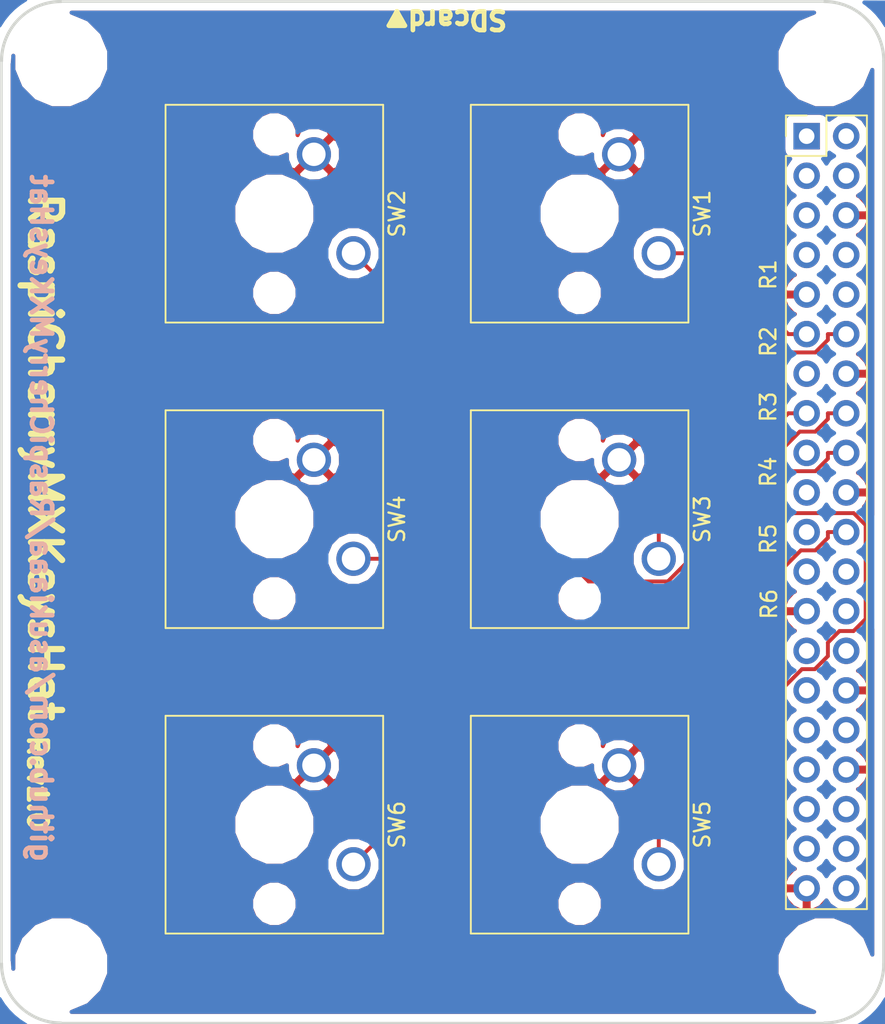
<source format=kicad_pcb>
(kicad_pcb (version 20171130) (host pcbnew 5.0.0-rc1-44a33f2~62~ubuntu17.10.1)

  (general
    (thickness 1.6)
    (drawings 12)
    (tracks 70)
    (zones 0)
    (modules 17)
    (nets 40)
  )

  (page A4)
  (layers
    (0 F.Cu signal hide)
    (31 B.Cu signal hide)
    (32 B.Adhes user)
    (33 F.Adhes user)
    (34 B.Paste user)
    (35 F.Paste user)
    (36 B.SilkS user)
    (37 F.SilkS user)
    (38 B.Mask user)
    (39 F.Mask user)
    (40 Dwgs.User user)
    (41 Cmts.User user)
    (42 Eco1.User user)
    (43 Eco2.User user)
    (44 Edge.Cuts user)
    (45 Margin user)
    (46 B.CrtYd user)
    (47 F.CrtYd user)
    (48 B.Fab user)
    (49 F.Fab user)
  )

  (setup
    (last_trace_width 0.25)
    (trace_clearance 0.2)
    (zone_clearance 0.508)
    (zone_45_only no)
    (trace_min 0.2)
    (segment_width 0.2)
    (edge_width 0.2)
    (via_size 0.8)
    (via_drill 0.4)
    (via_min_size 0.4)
    (via_min_drill 0.3)
    (uvia_size 0.3)
    (uvia_drill 0.1)
    (uvias_allowed no)
    (uvia_min_size 0.2)
    (uvia_min_drill 0.1)
    (pcb_text_width 0.3)
    (pcb_text_size 1.5 1.5)
    (mod_edge_width 0.15)
    (mod_text_size 1 1)
    (mod_text_width 0.15)
    (pad_size 2.7 2.7)
    (pad_drill 2.7)
    (pad_to_mask_clearance 0.2)
    (aux_axis_origin 0 0)
    (visible_elements FFFFFF7F)
    (pcbplotparams
      (layerselection 0x010fc_ffffffff)
      (usegerberextensions true)
      (usegerberattributes false)
      (usegerberadvancedattributes false)
      (creategerberjobfile false)
      (excludeedgelayer true)
      (linewidth 0.100000)
      (plotframeref false)
      (viasonmask false)
      (mode 1)
      (useauxorigin false)
      (hpglpennumber 1)
      (hpglpenspeed 20)
      (hpglpendiameter 15)
      (psnegative false)
      (psa4output false)
      (plotreference true)
      (plotvalue true)
      (plotinvisibletext false)
      (padsonsilk false)
      (subtractmaskfromsilk false)
      (outputformat 1)
      (mirror false)
      (drillshape 0)
      (scaleselection 1)
      (outputdirectory gerbers))
  )

  (net 0 "")
  (net 1 GND)
  (net 2 "GPIO17(GEN0)")
  (net 3 "GPIO22(GEN3)")
  (net 4 "GPIO25(GEN6)")
  (net 5 "GPIO24(GEN5)")
  (net 6 "GPIO23(GEN4)")
  (net 7 "GPIO18(GEN1)")
  (net 8 "Net-(J1-Pad1)")
  (net 9 "Net-(J1-Pad2)")
  (net 10 "Net-(J1-Pad3)")
  (net 11 "Net-(J1-Pad4)")
  (net 12 "Net-(J1-Pad5)")
  (net 13 "Net-(J1-Pad7)")
  (net 14 "Net-(J1-Pad8)")
  (net 15 "Net-(J1-Pad10)")
  (net 16 "Net-(J1-Pad13)")
  (net 17 "Net-(J1-Pad17)")
  (net 18 "Net-(J1-Pad19)")
  (net 19 "Net-(J1-Pad21)")
  (net 20 "Net-(J1-Pad23)")
  (net 21 "Net-(J1-Pad24)")
  (net 22 "Net-(J1-Pad26)")
  (net 23 "Net-(J1-Pad27)")
  (net 24 "Net-(J1-Pad28)")
  (net 25 "Net-(J1-Pad29)")
  (net 26 "Net-(J1-Pad31)")
  (net 27 "Net-(J1-Pad32)")
  (net 28 "Net-(J1-Pad33)")
  (net 29 "Net-(J1-Pad35)")
  (net 30 "Net-(J1-Pad36)")
  (net 31 "Net-(J1-Pad37)")
  (net 32 "Net-(J1-Pad38)")
  (net 33 "Net-(J1-Pad40)")
  (net 34 "Net-(R1-Pad1)")
  (net 35 "Net-(R2-Pad1)")
  (net 36 "Net-(R3-Pad1)")
  (net 37 "Net-(R4-Pad1)")
  (net 38 "Net-(R5-Pad1)")
  (net 39 "Net-(R6-Pad1)")

  (net_class Default "This is the default net class."
    (clearance 0.2)
    (trace_width 0.25)
    (via_dia 0.8)
    (via_drill 0.4)
    (uvia_dia 0.3)
    (uvia_drill 0.1)
    (add_net GND)
    (add_net "GPIO17(GEN0)")
    (add_net "GPIO18(GEN1)")
    (add_net "GPIO22(GEN3)")
    (add_net "GPIO23(GEN4)")
    (add_net "GPIO24(GEN5)")
    (add_net "GPIO25(GEN6)")
    (add_net "Net-(J1-Pad1)")
    (add_net "Net-(J1-Pad10)")
    (add_net "Net-(J1-Pad13)")
    (add_net "Net-(J1-Pad17)")
    (add_net "Net-(J1-Pad19)")
    (add_net "Net-(J1-Pad2)")
    (add_net "Net-(J1-Pad21)")
    (add_net "Net-(J1-Pad23)")
    (add_net "Net-(J1-Pad24)")
    (add_net "Net-(J1-Pad26)")
    (add_net "Net-(J1-Pad27)")
    (add_net "Net-(J1-Pad28)")
    (add_net "Net-(J1-Pad29)")
    (add_net "Net-(J1-Pad3)")
    (add_net "Net-(J1-Pad31)")
    (add_net "Net-(J1-Pad32)")
    (add_net "Net-(J1-Pad33)")
    (add_net "Net-(J1-Pad35)")
    (add_net "Net-(J1-Pad36)")
    (add_net "Net-(J1-Pad37)")
    (add_net "Net-(J1-Pad38)")
    (add_net "Net-(J1-Pad4)")
    (add_net "Net-(J1-Pad40)")
    (add_net "Net-(J1-Pad5)")
    (add_net "Net-(J1-Pad7)")
    (add_net "Net-(J1-Pad8)")
    (add_net "Net-(R1-Pad1)")
    (add_net "Net-(R2-Pad1)")
    (add_net "Net-(R3-Pad1)")
    (add_net "Net-(R4-Pad1)")
    (add_net "Net-(R5-Pad1)")
    (add_net "Net-(R6-Pad1)")
  )

  (module Footprints:LargeClearanceMountingHole_2.7mm (layer F.Cu) (tedit 5ADDE772) (tstamp 5AE0CD5C)
    (at 76.095 129.33)
    (descr "Mounting Hole 2.7mm, no annular")
    (tags "mounting hole 2.7mm no annular")
    (attr virtual)
    (fp_text reference REF4 (at 0 -3.7) (layer F.SilkS) hide
      (effects (font (size 1 1) (thickness 0.15)))
    )
    (fp_text value MountingHole_2.7mm (at 0 3.7) (layer F.Fab) hide
      (effects (font (size 1 1) (thickness 0.15)))
    )
    (fp_circle (center 0 0) (end 2.95 0) (layer F.CrtYd) (width 0.05))
    (fp_circle (center 0 0) (end 2.7 0) (layer Cmts.User) (width 0.15))
    (fp_text user %R (at 0.3 0) (layer F.Fab)
      (effects (font (size 1 1) (thickness 0.15)))
    )
    (pad "" np_thru_hole circle (at 0 0) (size 2.7 2.7) (drill 2.7) (layers *.Cu *.Mask)
      (solder_mask_margin 1.3) (clearance 1.6))
  )

  (module Footprints:LargeClearanceMountingHole_2.7mm (layer F.Cu) (tedit 5ADDE772) (tstamp 5AE0CD97)
    (at 125.095 129.33)
    (descr "Mounting Hole 2.7mm, no annular")
    (tags "mounting hole 2.7mm no annular")
    (attr virtual)
    (fp_text reference REF3 (at 0 -3.7) (layer F.SilkS) hide
      (effects (font (size 1 1) (thickness 0.15)))
    )
    (fp_text value MountingHole_2.7mm (at 0 3.7) (layer F.Fab) hide
      (effects (font (size 1 1) (thickness 0.15)))
    )
    (fp_circle (center 0 0) (end 2.95 0) (layer F.CrtYd) (width 0.05))
    (fp_circle (center 0 0) (end 2.7 0) (layer Cmts.User) (width 0.15))
    (fp_text user %R (at 0.3 0) (layer F.Fab)
      (effects (font (size 1 1) (thickness 0.15)))
    )
    (pad "" np_thru_hole circle (at 0 0) (size 2.7 2.7) (drill 2.7) (layers *.Cu *.Mask)
      (solder_mask_margin 1.3) (clearance 1.6))
  )

  (module Footprints:LargeClearanceMountingHole_2.7mm (layer F.Cu) (tedit 5ADDE772) (tstamp 5AE0CC1C)
    (at 76.095 71.33)
    (descr "Mounting Hole 2.7mm, no annular")
    (tags "mounting hole 2.7mm no annular")
    (attr virtual)
    (fp_text reference REF1 (at 0 -3.7) (layer F.SilkS) hide
      (effects (font (size 1 1) (thickness 0.15)))
    )
    (fp_text value MountingHole_2.7mm (at 0 3.7) (layer F.Fab) hide
      (effects (font (size 1 1) (thickness 0.15)))
    )
    (fp_circle (center 0 0) (end 2.95 0) (layer F.CrtYd) (width 0.05))
    (fp_circle (center 0 0) (end 2.7 0) (layer Cmts.User) (width 0.15))
    (fp_text user %R (at 0.3 0) (layer F.Fab)
      (effects (font (size 1 1) (thickness 0.15)))
    )
    (pad "" np_thru_hole circle (at 0 0) (size 2.7 2.7) (drill 2.7) (layers *.Cu *.Mask)
      (solder_mask_margin 1.3) (clearance 1.6))
  )

  (module Footprints:LargeClearanceMountingHole_2.7mm (layer F.Cu) (tedit 5ADDE772) (tstamp 5AE0CAB1)
    (at 125.095 71.33)
    (descr "Mounting Hole 2.7mm, no annular")
    (tags "mounting hole 2.7mm no annular")
    (attr virtual)
    (fp_text reference REF2 (at 0 -3.7) (layer F.SilkS) hide
      (effects (font (size 1 1) (thickness 0.15)))
    )
    (fp_text value MountingHole_2.7mm (at 0 3.7) (layer F.Fab) hide
      (effects (font (size 1 1) (thickness 0.15)))
    )
    (fp_circle (center 0 0) (end 2.95 0) (layer F.CrtYd) (width 0.05))
    (fp_circle (center 0 0) (end 2.7 0) (layer Cmts.User) (width 0.15))
    (fp_text user %R (at 0.3 0) (layer F.Fab)
      (effects (font (size 1 1) (thickness 0.15)))
    )
    (pad "" np_thru_hole circle (at 0 0) (size 2.7 2.7) (drill 2.7) (layers *.Cu *.Mask)
      (solder_mask_margin 1.3) (clearance 1.6))
  )

  (module Connector_PinHeader_2.54mm:PinHeader_2x20_P2.54mm_Vertical (layer F.Cu) (tedit 5ACB8316) (tstamp 5B0C51F7)
    (at 123.952 76.2)
    (descr "Through hole straight pin header, 2x20, 2.54mm pitch, double rows")
    (tags "Through hole pin header THT 2x20 2.54mm double row")
    (path /5AF793B8)
    (fp_text reference J1 (at 1.27 -2.33) (layer F.SilkS) hide
      (effects (font (size 1 1) (thickness 0.15)))
    )
    (fp_text value Raspberry_Pi_2_3 (at 1.27 50.59) (layer F.Fab) hide
      (effects (font (size 1 1) (thickness 0.15)))
    )
    (fp_line (start 0 -1.27) (end 3.81 -1.27) (layer F.Fab) (width 0.1))
    (fp_line (start 3.81 -1.27) (end 3.81 49.53) (layer F.Fab) (width 0.1))
    (fp_line (start 3.81 49.53) (end -1.27 49.53) (layer F.Fab) (width 0.1))
    (fp_line (start -1.27 49.53) (end -1.27 0) (layer F.Fab) (width 0.1))
    (fp_line (start -1.27 0) (end 0 -1.27) (layer F.Fab) (width 0.1))
    (fp_line (start -1.33 49.59) (end 3.87 49.59) (layer F.SilkS) (width 0.12))
    (fp_line (start -1.33 1.27) (end -1.33 49.59) (layer F.SilkS) (width 0.12))
    (fp_line (start 3.87 -1.33) (end 3.87 49.59) (layer F.SilkS) (width 0.12))
    (fp_line (start -1.33 1.27) (end 1.27 1.27) (layer F.SilkS) (width 0.12))
    (fp_line (start 1.27 1.27) (end 1.27 -1.33) (layer F.SilkS) (width 0.12))
    (fp_line (start 1.27 -1.33) (end 3.87 -1.33) (layer F.SilkS) (width 0.12))
    (fp_line (start -1.33 0) (end -1.33 -1.33) (layer F.SilkS) (width 0.12))
    (fp_line (start -1.33 -1.33) (end 0 -1.33) (layer F.SilkS) (width 0.12))
    (fp_line (start -1.8 -1.8) (end -1.8 50.05) (layer F.CrtYd) (width 0.05))
    (fp_line (start -1.8 50.05) (end 4.35 50.05) (layer F.CrtYd) (width 0.05))
    (fp_line (start 4.35 50.05) (end 4.35 -1.8) (layer F.CrtYd) (width 0.05))
    (fp_line (start 4.35 -1.8) (end -1.8 -1.8) (layer F.CrtYd) (width 0.05))
    (fp_text user %R (at 1.27 24.13 90) (layer F.Fab)
      (effects (font (size 1 1) (thickness 0.15)))
    )
    (pad 1 thru_hole rect (at 0 0) (size 1.7 1.7) (drill 1) (layers *.Cu *.Mask)
      (net 8 "Net-(J1-Pad1)"))
    (pad 2 thru_hole oval (at 2.54 0) (size 1.7 1.7) (drill 1) (layers *.Cu *.Mask)
      (net 9 "Net-(J1-Pad2)"))
    (pad 3 thru_hole oval (at 0 2.54) (size 1.7 1.7) (drill 1) (layers *.Cu *.Mask)
      (net 10 "Net-(J1-Pad3)"))
    (pad 4 thru_hole oval (at 2.54 2.54) (size 1.7 1.7) (drill 1) (layers *.Cu *.Mask)
      (net 11 "Net-(J1-Pad4)"))
    (pad 5 thru_hole oval (at 0 5.08) (size 1.7 1.7) (drill 1) (layers *.Cu *.Mask)
      (net 12 "Net-(J1-Pad5)"))
    (pad 6 thru_hole oval (at 2.54 5.08) (size 1.7 1.7) (drill 1) (layers *.Cu *.Mask)
      (net 1 GND))
    (pad 7 thru_hole oval (at 0 7.62) (size 1.7 1.7) (drill 1) (layers *.Cu *.Mask)
      (net 13 "Net-(J1-Pad7)"))
    (pad 8 thru_hole oval (at 2.54 7.62) (size 1.7 1.7) (drill 1) (layers *.Cu *.Mask)
      (net 14 "Net-(J1-Pad8)"))
    (pad 9 thru_hole oval (at 0 10.16) (size 1.7 1.7) (drill 1) (layers *.Cu *.Mask)
      (net 1 GND))
    (pad 10 thru_hole oval (at 2.54 10.16) (size 1.7 1.7) (drill 1) (layers *.Cu *.Mask)
      (net 15 "Net-(J1-Pad10)"))
    (pad 11 thru_hole oval (at 0 12.7) (size 1.7 1.7) (drill 1) (layers *.Cu *.Mask)
      (net 2 "GPIO17(GEN0)"))
    (pad 12 thru_hole oval (at 2.54 12.7) (size 1.7 1.7) (drill 1) (layers *.Cu *.Mask)
      (net 7 "GPIO18(GEN1)"))
    (pad 13 thru_hole oval (at 0 15.24) (size 1.7 1.7) (drill 1) (layers *.Cu *.Mask)
      (net 16 "Net-(J1-Pad13)"))
    (pad 14 thru_hole oval (at 2.54 15.24) (size 1.7 1.7) (drill 1) (layers *.Cu *.Mask)
      (net 1 GND))
    (pad 15 thru_hole oval (at 0 17.78) (size 1.7 1.7) (drill 1) (layers *.Cu *.Mask)
      (net 3 "GPIO22(GEN3)"))
    (pad 16 thru_hole oval (at 2.54 17.78) (size 1.7 1.7) (drill 1) (layers *.Cu *.Mask)
      (net 6 "GPIO23(GEN4)"))
    (pad 17 thru_hole oval (at 0 20.32) (size 1.7 1.7) (drill 1) (layers *.Cu *.Mask)
      (net 17 "Net-(J1-Pad17)"))
    (pad 18 thru_hole oval (at 2.54 20.32) (size 1.7 1.7) (drill 1) (layers *.Cu *.Mask)
      (net 5 "GPIO24(GEN5)"))
    (pad 19 thru_hole oval (at 0 22.86) (size 1.7 1.7) (drill 1) (layers *.Cu *.Mask)
      (net 18 "Net-(J1-Pad19)"))
    (pad 20 thru_hole oval (at 2.54 22.86) (size 1.7 1.7) (drill 1) (layers *.Cu *.Mask)
      (net 1 GND))
    (pad 21 thru_hole oval (at 0 25.4) (size 1.7 1.7) (drill 1) (layers *.Cu *.Mask)
      (net 19 "Net-(J1-Pad21)"))
    (pad 22 thru_hole oval (at 2.54 25.4) (size 1.7 1.7) (drill 1) (layers *.Cu *.Mask)
      (net 4 "GPIO25(GEN6)"))
    (pad 23 thru_hole oval (at 0 27.94) (size 1.7 1.7) (drill 1) (layers *.Cu *.Mask)
      (net 20 "Net-(J1-Pad23)"))
    (pad 24 thru_hole oval (at 2.54 27.94) (size 1.7 1.7) (drill 1) (layers *.Cu *.Mask)
      (net 21 "Net-(J1-Pad24)"))
    (pad 25 thru_hole oval (at 0 30.48) (size 1.7 1.7) (drill 1) (layers *.Cu *.Mask)
      (net 1 GND))
    (pad 26 thru_hole oval (at 2.54 30.48) (size 1.7 1.7) (drill 1) (layers *.Cu *.Mask)
      (net 22 "Net-(J1-Pad26)"))
    (pad 27 thru_hole oval (at 0 33.02) (size 1.7 1.7) (drill 1) (layers *.Cu *.Mask)
      (net 23 "Net-(J1-Pad27)"))
    (pad 28 thru_hole oval (at 2.54 33.02) (size 1.7 1.7) (drill 1) (layers *.Cu *.Mask)
      (net 24 "Net-(J1-Pad28)"))
    (pad 29 thru_hole oval (at 0 35.56) (size 1.7 1.7) (drill 1) (layers *.Cu *.Mask)
      (net 25 "Net-(J1-Pad29)"))
    (pad 30 thru_hole oval (at 2.54 35.56) (size 1.7 1.7) (drill 1) (layers *.Cu *.Mask)
      (net 1 GND))
    (pad 31 thru_hole oval (at 0 38.1) (size 1.7 1.7) (drill 1) (layers *.Cu *.Mask)
      (net 26 "Net-(J1-Pad31)"))
    (pad 32 thru_hole oval (at 2.54 38.1) (size 1.7 1.7) (drill 1) (layers *.Cu *.Mask)
      (net 27 "Net-(J1-Pad32)"))
    (pad 33 thru_hole oval (at 0 40.64) (size 1.7 1.7) (drill 1) (layers *.Cu *.Mask)
      (net 28 "Net-(J1-Pad33)"))
    (pad 34 thru_hole oval (at 2.54 40.64) (size 1.7 1.7) (drill 1) (layers *.Cu *.Mask)
      (net 1 GND))
    (pad 35 thru_hole oval (at 0 43.18) (size 1.7 1.7) (drill 1) (layers *.Cu *.Mask)
      (net 29 "Net-(J1-Pad35)"))
    (pad 36 thru_hole oval (at 2.54 43.18) (size 1.7 1.7) (drill 1) (layers *.Cu *.Mask)
      (net 30 "Net-(J1-Pad36)"))
    (pad 37 thru_hole oval (at 0 45.72) (size 1.7 1.7) (drill 1) (layers *.Cu *.Mask)
      (net 31 "Net-(J1-Pad37)"))
    (pad 38 thru_hole oval (at 2.54 45.72) (size 1.7 1.7) (drill 1) (layers *.Cu *.Mask)
      (net 32 "Net-(J1-Pad38)"))
    (pad 39 thru_hole oval (at 0 48.26) (size 1.7 1.7) (drill 1) (layers *.Cu *.Mask)
      (net 1 GND))
    (pad 40 thru_hole oval (at 2.54 48.26) (size 1.7 1.7) (drill 1) (layers *.Cu *.Mask)
      (net 33 "Net-(J1-Pad40)"))
    (model ${KISYS3DMOD}/Connector_PinHeader_2.54mm.3dshapes/PinHeader_2x20_P2.54mm_Vertical.wrl
      (at (xyz 0 0 0))
      (scale (xyz 1 1 1))
      (rotate (xyz 0 0 0))
    )
  )

  (module Resistor_SMD:R_0603_1608Metric_Pad0.99x1.00mm_HandSolder (layer F.Cu) (tedit 5AC5DB74) (tstamp 5AFFD9A1)
    (at 120.04 85.09 270)
    (descr "Resistor SMD 0603 (1608 Metric), square (rectangular) end terminal, IPC_7351 nominal with elongated pad for handsoldering. (Body size source: http://www.tortai-tech.com/upload/download/2011102023233369053.pdf), generated with kicad-footprint-generator")
    (tags "resistor handsolder")
    (path /5AF7BD42)
    (attr smd)
    (fp_text reference R1 (at 0 -1.45 270) (layer F.SilkS)
      (effects (font (size 1 1) (thickness 0.15)))
    )
    (fp_text value R (at 0 1.45 270) (layer F.Fab)
      (effects (font (size 1 1) (thickness 0.15)))
    )
    (fp_text user %R (at 0 0 270) (layer F.Fab)
      (effects (font (size 0.4 0.4) (thickness 0.06)))
    )
    (fp_line (start 1.64 0.75) (end -1.64 0.75) (layer F.CrtYd) (width 0.05))
    (fp_line (start 1.64 -0.75) (end 1.64 0.75) (layer F.CrtYd) (width 0.05))
    (fp_line (start -1.64 -0.75) (end 1.64 -0.75) (layer F.CrtYd) (width 0.05))
    (fp_line (start -1.64 0.75) (end -1.64 -0.75) (layer F.CrtYd) (width 0.05))
    (fp_line (start 0.8 0.4) (end -0.8 0.4) (layer F.Fab) (width 0.1))
    (fp_line (start 0.8 -0.4) (end 0.8 0.4) (layer F.Fab) (width 0.1))
    (fp_line (start -0.8 -0.4) (end 0.8 -0.4) (layer F.Fab) (width 0.1))
    (fp_line (start -0.8 0.4) (end -0.8 -0.4) (layer F.Fab) (width 0.1))
    (pad 2 smd rect (at 0.8875 0 270) (size 0.995 1) (layers F.Cu F.Paste F.Mask)
      (net 2 "GPIO17(GEN0)"))
    (pad 1 smd rect (at -0.8875 0 270) (size 0.995 1) (layers F.Cu F.Paste F.Mask)
      (net 34 "Net-(R1-Pad1)"))
    (model ${KISYS3DMOD}/Resistor_SMD.3dshapes/R_0603_1608Metric.wrl
      (at (xyz 0 0 0))
      (scale (xyz 1 1 1))
      (rotate (xyz 0 0 0))
    )
  )

  (module Resistor_SMD:R_0603_1608Metric_Pad0.99x1.00mm_HandSolder (layer F.Cu) (tedit 5AC5DB74) (tstamp 5AFFD9B0)
    (at 120.04 89.3841 270)
    (descr "Resistor SMD 0603 (1608 Metric), square (rectangular) end terminal, IPC_7351 nominal with elongated pad for handsoldering. (Body size source: http://www.tortai-tech.com/upload/download/2011102023233369053.pdf), generated with kicad-footprint-generator")
    (tags "resistor handsolder")
    (path /5AF7B3EF)
    (attr smd)
    (fp_text reference R2 (at 0 -1.45 270) (layer F.SilkS)
      (effects (font (size 1 1) (thickness 0.15)))
    )
    (fp_text value R (at 0 1.45 270) (layer F.Fab)
      (effects (font (size 1 1) (thickness 0.15)))
    )
    (fp_line (start -0.8 0.4) (end -0.8 -0.4) (layer F.Fab) (width 0.1))
    (fp_line (start -0.8 -0.4) (end 0.8 -0.4) (layer F.Fab) (width 0.1))
    (fp_line (start 0.8 -0.4) (end 0.8 0.4) (layer F.Fab) (width 0.1))
    (fp_line (start 0.8 0.4) (end -0.8 0.4) (layer F.Fab) (width 0.1))
    (fp_line (start -1.64 0.75) (end -1.64 -0.75) (layer F.CrtYd) (width 0.05))
    (fp_line (start -1.64 -0.75) (end 1.64 -0.75) (layer F.CrtYd) (width 0.05))
    (fp_line (start 1.64 -0.75) (end 1.64 0.75) (layer F.CrtYd) (width 0.05))
    (fp_line (start 1.64 0.75) (end -1.64 0.75) (layer F.CrtYd) (width 0.05))
    (fp_text user %R (at 0 0 270) (layer F.Fab)
      (effects (font (size 0.4 0.4) (thickness 0.06)))
    )
    (pad 1 smd rect (at -0.8875 0 270) (size 0.995 1) (layers F.Cu F.Paste F.Mask)
      (net 35 "Net-(R2-Pad1)"))
    (pad 2 smd rect (at 0.8875 0 270) (size 0.995 1) (layers F.Cu F.Paste F.Mask)
      (net 7 "GPIO18(GEN1)"))
    (model ${KISYS3DMOD}/Resistor_SMD.3dshapes/R_0603_1608Metric.wrl
      (at (xyz 0 0 0))
      (scale (xyz 1 1 1))
      (rotate (xyz 0 0 0))
    )
  )

  (module Resistor_SMD:R_0603_1608Metric_Pad0.99x1.00mm_HandSolder (layer F.Cu) (tedit 5AC5DB74) (tstamp 5AFFD9BF)
    (at 120.04 93.5736 270)
    (descr "Resistor SMD 0603 (1608 Metric), square (rectangular) end terminal, IPC_7351 nominal with elongated pad for handsoldering. (Body size source: http://www.tortai-tech.com/upload/download/2011102023233369053.pdf), generated with kicad-footprint-generator")
    (tags "resistor handsolder")
    (path /5AF7C0F9)
    (attr smd)
    (fp_text reference R3 (at 0 -1.45 270) (layer F.SilkS)
      (effects (font (size 1 1) (thickness 0.15)))
    )
    (fp_text value R (at 0 1.45 270) (layer F.Fab)
      (effects (font (size 1 1) (thickness 0.15)))
    )
    (fp_line (start -0.8 0.4) (end -0.8 -0.4) (layer F.Fab) (width 0.1))
    (fp_line (start -0.8 -0.4) (end 0.8 -0.4) (layer F.Fab) (width 0.1))
    (fp_line (start 0.8 -0.4) (end 0.8 0.4) (layer F.Fab) (width 0.1))
    (fp_line (start 0.8 0.4) (end -0.8 0.4) (layer F.Fab) (width 0.1))
    (fp_line (start -1.64 0.75) (end -1.64 -0.75) (layer F.CrtYd) (width 0.05))
    (fp_line (start -1.64 -0.75) (end 1.64 -0.75) (layer F.CrtYd) (width 0.05))
    (fp_line (start 1.64 -0.75) (end 1.64 0.75) (layer F.CrtYd) (width 0.05))
    (fp_line (start 1.64 0.75) (end -1.64 0.75) (layer F.CrtYd) (width 0.05))
    (fp_text user %R (at 0 0 270) (layer F.Fab)
      (effects (font (size 0.4 0.4) (thickness 0.06)))
    )
    (pad 1 smd rect (at -0.8875 0 270) (size 0.995 1) (layers F.Cu F.Paste F.Mask)
      (net 36 "Net-(R3-Pad1)"))
    (pad 2 smd rect (at 0.8875 0 270) (size 0.995 1) (layers F.Cu F.Paste F.Mask)
      (net 3 "GPIO22(GEN3)"))
    (model ${KISYS3DMOD}/Resistor_SMD.3dshapes/R_0603_1608Metric.wrl
      (at (xyz 0 0 0))
      (scale (xyz 1 1 1))
      (rotate (xyz 0 0 0))
    )
  )

  (module Resistor_SMD:R_0603_1608Metric_Pad0.99x1.00mm_HandSolder (layer F.Cu) (tedit 5AC5DB74) (tstamp 5AFFD9CE)
    (at 120.04 97.7392 270)
    (descr "Resistor SMD 0603 (1608 Metric), square (rectangular) end terminal, IPC_7351 nominal with elongated pad for handsoldering. (Body size source: http://www.tortai-tech.com/upload/download/2011102023233369053.pdf), generated with kicad-footprint-generator")
    (tags "resistor handsolder")
    (path /5AF7C534)
    (attr smd)
    (fp_text reference R4 (at 0 -1.45 270) (layer F.SilkS)
      (effects (font (size 1 1) (thickness 0.15)))
    )
    (fp_text value R (at 0 1.45 270) (layer F.Fab)
      (effects (font (size 1 1) (thickness 0.15)))
    )
    (fp_text user %R (at 0 0 270) (layer F.Fab)
      (effects (font (size 0.4 0.4) (thickness 0.06)))
    )
    (fp_line (start 1.64 0.75) (end -1.64 0.75) (layer F.CrtYd) (width 0.05))
    (fp_line (start 1.64 -0.75) (end 1.64 0.75) (layer F.CrtYd) (width 0.05))
    (fp_line (start -1.64 -0.75) (end 1.64 -0.75) (layer F.CrtYd) (width 0.05))
    (fp_line (start -1.64 0.75) (end -1.64 -0.75) (layer F.CrtYd) (width 0.05))
    (fp_line (start 0.8 0.4) (end -0.8 0.4) (layer F.Fab) (width 0.1))
    (fp_line (start 0.8 -0.4) (end 0.8 0.4) (layer F.Fab) (width 0.1))
    (fp_line (start -0.8 -0.4) (end 0.8 -0.4) (layer F.Fab) (width 0.1))
    (fp_line (start -0.8 0.4) (end -0.8 -0.4) (layer F.Fab) (width 0.1))
    (pad 2 smd rect (at 0.8875 0 270) (size 0.995 1) (layers F.Cu F.Paste F.Mask)
      (net 6 "GPIO23(GEN4)"))
    (pad 1 smd rect (at -0.8875 0 270) (size 0.995 1) (layers F.Cu F.Paste F.Mask)
      (net 37 "Net-(R4-Pad1)"))
    (model ${KISYS3DMOD}/Resistor_SMD.3dshapes/R_0603_1608Metric.wrl
      (at (xyz 0 0 0))
      (scale (xyz 1 1 1))
      (rotate (xyz 0 0 0))
    )
  )

  (module Resistor_SMD:R_0603_1608Metric_Pad0.99x1.00mm_HandSolder (layer F.Cu) (tedit 5AC5DB74) (tstamp 5AFFD9DD)
    (at 120.04 102.033 270)
    (descr "Resistor SMD 0603 (1608 Metric), square (rectangular) end terminal, IPC_7351 nominal with elongated pad for handsoldering. (Body size source: http://www.tortai-tech.com/upload/download/2011102023233369053.pdf), generated with kicad-footprint-generator")
    (tags "resistor handsolder")
    (path /5AF7CA5E)
    (attr smd)
    (fp_text reference R5 (at 0 -1.45 270) (layer F.SilkS)
      (effects (font (size 1 1) (thickness 0.15)))
    )
    (fp_text value R (at 0 1.45 270) (layer F.Fab)
      (effects (font (size 1 1) (thickness 0.15)))
    )
    (fp_line (start -0.8 0.4) (end -0.8 -0.4) (layer F.Fab) (width 0.1))
    (fp_line (start -0.8 -0.4) (end 0.8 -0.4) (layer F.Fab) (width 0.1))
    (fp_line (start 0.8 -0.4) (end 0.8 0.4) (layer F.Fab) (width 0.1))
    (fp_line (start 0.8 0.4) (end -0.8 0.4) (layer F.Fab) (width 0.1))
    (fp_line (start -1.64 0.75) (end -1.64 -0.75) (layer F.CrtYd) (width 0.05))
    (fp_line (start -1.64 -0.75) (end 1.64 -0.75) (layer F.CrtYd) (width 0.05))
    (fp_line (start 1.64 -0.75) (end 1.64 0.75) (layer F.CrtYd) (width 0.05))
    (fp_line (start 1.64 0.75) (end -1.64 0.75) (layer F.CrtYd) (width 0.05))
    (fp_text user %R (at 0 0 270) (layer F.Fab)
      (effects (font (size 0.4 0.4) (thickness 0.06)))
    )
    (pad 1 smd rect (at -0.8875 0 270) (size 0.995 1) (layers F.Cu F.Paste F.Mask)
      (net 38 "Net-(R5-Pad1)"))
    (pad 2 smd rect (at 0.8875 0 270) (size 0.995 1) (layers F.Cu F.Paste F.Mask)
      (net 5 "GPIO24(GEN5)"))
    (model ${KISYS3DMOD}/Resistor_SMD.3dshapes/R_0603_1608Metric.wrl
      (at (xyz 0 0 0))
      (scale (xyz 1 1 1))
      (rotate (xyz 0 0 0))
    )
  )

  (module Resistor_SMD:R_0603_1608Metric_Pad0.99x1.00mm_HandSolder (layer F.Cu) (tedit 5AC5DB74) (tstamp 5AFFD9EC)
    (at 120.091 106.223 270)
    (descr "Resistor SMD 0603 (1608 Metric), square (rectangular) end terminal, IPC_7351 nominal with elongated pad for handsoldering. (Body size source: http://www.tortai-tech.com/upload/download/2011102023233369053.pdf), generated with kicad-footprint-generator")
    (tags "resistor handsolder")
    (path /5AF7D041)
    (attr smd)
    (fp_text reference R6 (at 0 -1.45 270) (layer F.SilkS)
      (effects (font (size 1 1) (thickness 0.15)))
    )
    (fp_text value R (at 0 1.45 270) (layer F.Fab)
      (effects (font (size 1 1) (thickness 0.15)))
    )
    (fp_text user %R (at 0 0 270) (layer F.Fab)
      (effects (font (size 0.4 0.4) (thickness 0.06)))
    )
    (fp_line (start 1.64 0.75) (end -1.64 0.75) (layer F.CrtYd) (width 0.05))
    (fp_line (start 1.64 -0.75) (end 1.64 0.75) (layer F.CrtYd) (width 0.05))
    (fp_line (start -1.64 -0.75) (end 1.64 -0.75) (layer F.CrtYd) (width 0.05))
    (fp_line (start -1.64 0.75) (end -1.64 -0.75) (layer F.CrtYd) (width 0.05))
    (fp_line (start 0.8 0.4) (end -0.8 0.4) (layer F.Fab) (width 0.1))
    (fp_line (start 0.8 -0.4) (end 0.8 0.4) (layer F.Fab) (width 0.1))
    (fp_line (start -0.8 -0.4) (end 0.8 -0.4) (layer F.Fab) (width 0.1))
    (fp_line (start -0.8 0.4) (end -0.8 -0.4) (layer F.Fab) (width 0.1))
    (pad 2 smd rect (at 0.8875 0 270) (size 0.995 1) (layers F.Cu F.Paste F.Mask)
      (net 4 "GPIO25(GEN6)"))
    (pad 1 smd rect (at -0.8875 0 270) (size 0.995 1) (layers F.Cu F.Paste F.Mask)
      (net 39 "Net-(R6-Pad1)"))
    (model ${KISYS3DMOD}/Resistor_SMD.3dshapes/R_0603_1608Metric.wrl
      (at (xyz 0 0 0))
      (scale (xyz 1 1 1))
      (rotate (xyz 0 0 0))
    )
  )

  (module Button_Switch_Keyboard:SW_Cherry_MX1A_1.00u_PCB (layer F.Cu) (tedit 5A02FE24) (tstamp 5AFFDA06)
    (at 114.457 83.714 270)
    (descr "Cherry MX keyswitch, MX1A, 1.00u, PCB mount, http://cherryamericas.com/wp-content/uploads/2014/12/mx_cat.pdf")
    (tags "cherry mx keyswitch MX1A 1.00u PCB")
    (path /5AF7AB29)
    (fp_text reference SW1 (at -2.54 -2.794 270) (layer F.SilkS)
      (effects (font (size 1 1) (thickness 0.15)))
    )
    (fp_text value SW_Push (at -2.54 12.954 270) (layer F.Fab)
      (effects (font (size 1 1) (thickness 0.15)))
    )
    (fp_text user %R (at -2.54 -2.794 270) (layer F.Fab)
      (effects (font (size 1 1) (thickness 0.15)))
    )
    (fp_line (start -8.89 -1.27) (end 3.81 -1.27) (layer F.Fab) (width 0.15))
    (fp_line (start 3.81 -1.27) (end 3.81 11.43) (layer F.Fab) (width 0.15))
    (fp_line (start 3.81 11.43) (end -8.89 11.43) (layer F.Fab) (width 0.15))
    (fp_line (start -8.89 11.43) (end -8.89 -1.27) (layer F.Fab) (width 0.15))
    (fp_line (start -9.14 11.68) (end -9.14 -1.52) (layer F.CrtYd) (width 0.05))
    (fp_line (start 4.06 11.68) (end -9.14 11.68) (layer F.CrtYd) (width 0.05))
    (fp_line (start 4.06 -1.52) (end 4.06 11.68) (layer F.CrtYd) (width 0.05))
    (fp_line (start -9.14 -1.52) (end 4.06 -1.52) (layer F.CrtYd) (width 0.05))
    (fp_line (start -12.065 -4.445) (end 6.985 -4.445) (layer Dwgs.User) (width 0.15))
    (fp_line (start 6.985 -4.445) (end 6.985 14.605) (layer Dwgs.User) (width 0.15))
    (fp_line (start 6.985 14.605) (end -12.065 14.605) (layer Dwgs.User) (width 0.15))
    (fp_line (start -12.065 14.605) (end -12.065 -4.445) (layer Dwgs.User) (width 0.15))
    (fp_line (start -9.525 -1.905) (end 4.445 -1.905) (layer F.SilkS) (width 0.12))
    (fp_line (start 4.445 -1.905) (end 4.445 12.065) (layer F.SilkS) (width 0.12))
    (fp_line (start 4.445 12.065) (end -9.525 12.065) (layer F.SilkS) (width 0.12))
    (fp_line (start -9.525 12.065) (end -9.525 -1.905) (layer F.SilkS) (width 0.12))
    (pad 1 thru_hole circle (at 0 0 270) (size 2.2 2.2) (drill 1.5) (layers *.Cu *.Mask)
      (net 34 "Net-(R1-Pad1)"))
    (pad 2 thru_hole circle (at -6.35 2.54 270) (size 2.2 2.2) (drill 1.5) (layers *.Cu *.Mask)
      (net 1 GND))
    (pad "" np_thru_hole circle (at -2.54 5.08 270) (size 4 4) (drill 4) (layers *.Cu *.Mask))
    (pad "" np_thru_hole circle (at -7.62 5.08 270) (size 1.7 1.7) (drill 1.7) (layers *.Cu *.Mask))
    (pad "" np_thru_hole circle (at 2.54 5.08 270) (size 1.7 1.7) (drill 1.7) (layers *.Cu *.Mask))
    (model ${KISYS3DMOD}/Button_Switch_Keyboard.3dshapes/SW_Cherry_MX1A_1.00u_PCB.wrl
      (at (xyz 0 0 0))
      (scale (xyz 1 1 1))
      (rotate (xyz 0 0 0))
    )
  )

  (module Button_Switch_Keyboard:SW_Cherry_MX1A_1.00u_PCB (layer F.Cu) (tedit 5A02FE24) (tstamp 5AFFDA20)
    (at 94.8568 83.714 270)
    (descr "Cherry MX keyswitch, MX1A, 1.00u, PCB mount, http://cherryamericas.com/wp-content/uploads/2014/12/mx_cat.pdf")
    (tags "cherry mx keyswitch MX1A 1.00u PCB")
    (path /5AF7AB56)
    (fp_text reference SW2 (at -2.54 -2.794 270) (layer F.SilkS)
      (effects (font (size 1 1) (thickness 0.15)))
    )
    (fp_text value SW_Push (at -2.54 12.954 270) (layer F.Fab)
      (effects (font (size 1 1) (thickness 0.15)))
    )
    (fp_line (start -9.525 12.065) (end -9.525 -1.905) (layer F.SilkS) (width 0.12))
    (fp_line (start 4.445 12.065) (end -9.525 12.065) (layer F.SilkS) (width 0.12))
    (fp_line (start 4.445 -1.905) (end 4.445 12.065) (layer F.SilkS) (width 0.12))
    (fp_line (start -9.525 -1.905) (end 4.445 -1.905) (layer F.SilkS) (width 0.12))
    (fp_line (start -12.065 14.605) (end -12.065 -4.445) (layer Dwgs.User) (width 0.15))
    (fp_line (start 6.985 14.605) (end -12.065 14.605) (layer Dwgs.User) (width 0.15))
    (fp_line (start 6.985 -4.445) (end 6.985 14.605) (layer Dwgs.User) (width 0.15))
    (fp_line (start -12.065 -4.445) (end 6.985 -4.445) (layer Dwgs.User) (width 0.15))
    (fp_line (start -9.14 -1.52) (end 4.06 -1.52) (layer F.CrtYd) (width 0.05))
    (fp_line (start 4.06 -1.52) (end 4.06 11.68) (layer F.CrtYd) (width 0.05))
    (fp_line (start 4.06 11.68) (end -9.14 11.68) (layer F.CrtYd) (width 0.05))
    (fp_line (start -9.14 11.68) (end -9.14 -1.52) (layer F.CrtYd) (width 0.05))
    (fp_line (start -8.89 11.43) (end -8.89 -1.27) (layer F.Fab) (width 0.15))
    (fp_line (start 3.81 11.43) (end -8.89 11.43) (layer F.Fab) (width 0.15))
    (fp_line (start 3.81 -1.27) (end 3.81 11.43) (layer F.Fab) (width 0.15))
    (fp_line (start -8.89 -1.27) (end 3.81 -1.27) (layer F.Fab) (width 0.15))
    (fp_text user %R (at -2.54 -2.794 270) (layer F.Fab)
      (effects (font (size 1 1) (thickness 0.15)))
    )
    (pad "" np_thru_hole circle (at 2.54 5.08 270) (size 1.7 1.7) (drill 1.7) (layers *.Cu *.Mask))
    (pad "" np_thru_hole circle (at -7.62 5.08 270) (size 1.7 1.7) (drill 1.7) (layers *.Cu *.Mask))
    (pad "" np_thru_hole circle (at -2.54 5.08 270) (size 4 4) (drill 4) (layers *.Cu *.Mask))
    (pad 2 thru_hole circle (at -6.35 2.54 270) (size 2.2 2.2) (drill 1.5) (layers *.Cu *.Mask)
      (net 1 GND))
    (pad 1 thru_hole circle (at 0 0 270) (size 2.2 2.2) (drill 1.5) (layers *.Cu *.Mask)
      (net 35 "Net-(R2-Pad1)"))
    (model ${KISYS3DMOD}/Button_Switch_Keyboard.3dshapes/SW_Cherry_MX1A_1.00u_PCB.wrl
      (at (xyz 0 0 0))
      (scale (xyz 1 1 1))
      (rotate (xyz 0 0 0))
    )
  )

  (module Button_Switch_Keyboard:SW_Cherry_MX1A_1.00u_PCB (layer F.Cu) (tedit 5A02FE24) (tstamp 5AFFDA3A)
    (at 114.457 103.314 270)
    (descr "Cherry MX keyswitch, MX1A, 1.00u, PCB mount, http://cherryamericas.com/wp-content/uploads/2014/12/mx_cat.pdf")
    (tags "cherry mx keyswitch MX1A 1.00u PCB")
    (path /5AF7AB80)
    (fp_text reference SW3 (at -2.54 -2.794 270) (layer F.SilkS)
      (effects (font (size 1 1) (thickness 0.15)))
    )
    (fp_text value SW_Push (at -2.54 12.954 270) (layer F.Fab)
      (effects (font (size 1 1) (thickness 0.15)))
    )
    (fp_text user %R (at -2.54 -2.794 270) (layer F.Fab)
      (effects (font (size 1 1) (thickness 0.15)))
    )
    (fp_line (start -8.89 -1.27) (end 3.81 -1.27) (layer F.Fab) (width 0.15))
    (fp_line (start 3.81 -1.27) (end 3.81 11.43) (layer F.Fab) (width 0.15))
    (fp_line (start 3.81 11.43) (end -8.89 11.43) (layer F.Fab) (width 0.15))
    (fp_line (start -8.89 11.43) (end -8.89 -1.27) (layer F.Fab) (width 0.15))
    (fp_line (start -9.14 11.68) (end -9.14 -1.52) (layer F.CrtYd) (width 0.05))
    (fp_line (start 4.06 11.68) (end -9.14 11.68) (layer F.CrtYd) (width 0.05))
    (fp_line (start 4.06 -1.52) (end 4.06 11.68) (layer F.CrtYd) (width 0.05))
    (fp_line (start -9.14 -1.52) (end 4.06 -1.52) (layer F.CrtYd) (width 0.05))
    (fp_line (start -12.065 -4.445) (end 6.985 -4.445) (layer Dwgs.User) (width 0.15))
    (fp_line (start 6.985 -4.445) (end 6.985 14.605) (layer Dwgs.User) (width 0.15))
    (fp_line (start 6.985 14.605) (end -12.065 14.605) (layer Dwgs.User) (width 0.15))
    (fp_line (start -12.065 14.605) (end -12.065 -4.445) (layer Dwgs.User) (width 0.15))
    (fp_line (start -9.525 -1.905) (end 4.445 -1.905) (layer F.SilkS) (width 0.12))
    (fp_line (start 4.445 -1.905) (end 4.445 12.065) (layer F.SilkS) (width 0.12))
    (fp_line (start 4.445 12.065) (end -9.525 12.065) (layer F.SilkS) (width 0.12))
    (fp_line (start -9.525 12.065) (end -9.525 -1.905) (layer F.SilkS) (width 0.12))
    (pad 1 thru_hole circle (at 0 0 270) (size 2.2 2.2) (drill 1.5) (layers *.Cu *.Mask)
      (net 36 "Net-(R3-Pad1)"))
    (pad 2 thru_hole circle (at -6.35 2.54 270) (size 2.2 2.2) (drill 1.5) (layers *.Cu *.Mask)
      (net 1 GND))
    (pad "" np_thru_hole circle (at -2.54 5.08 270) (size 4 4) (drill 4) (layers *.Cu *.Mask))
    (pad "" np_thru_hole circle (at -7.62 5.08 270) (size 1.7 1.7) (drill 1.7) (layers *.Cu *.Mask))
    (pad "" np_thru_hole circle (at 2.54 5.08 270) (size 1.7 1.7) (drill 1.7) (layers *.Cu *.Mask))
    (model ${KISYS3DMOD}/Button_Switch_Keyboard.3dshapes/SW_Cherry_MX1A_1.00u_PCB.wrl
      (at (xyz 0 0 0))
      (scale (xyz 1 1 1))
      (rotate (xyz 0 0 0))
    )
  )

  (module Button_Switch_Keyboard:SW_Cherry_MX1A_1.00u_PCB (layer F.Cu) (tedit 5A02FE24) (tstamp 5AFFDA54)
    (at 94.8568 103.314 270)
    (descr "Cherry MX keyswitch, MX1A, 1.00u, PCB mount, http://cherryamericas.com/wp-content/uploads/2014/12/mx_cat.pdf")
    (tags "cherry mx keyswitch MX1A 1.00u PCB")
    (path /5AF7ABA4)
    (fp_text reference SW4 (at -2.54 -2.794 270) (layer F.SilkS)
      (effects (font (size 1 1) (thickness 0.15)))
    )
    (fp_text value SW_Push (at -2.54 12.954 270) (layer F.Fab)
      (effects (font (size 1 1) (thickness 0.15)))
    )
    (fp_line (start -9.525 12.065) (end -9.525 -1.905) (layer F.SilkS) (width 0.12))
    (fp_line (start 4.445 12.065) (end -9.525 12.065) (layer F.SilkS) (width 0.12))
    (fp_line (start 4.445 -1.905) (end 4.445 12.065) (layer F.SilkS) (width 0.12))
    (fp_line (start -9.525 -1.905) (end 4.445 -1.905) (layer F.SilkS) (width 0.12))
    (fp_line (start -12.065 14.605) (end -12.065 -4.445) (layer Dwgs.User) (width 0.15))
    (fp_line (start 6.985 14.605) (end -12.065 14.605) (layer Dwgs.User) (width 0.15))
    (fp_line (start 6.985 -4.445) (end 6.985 14.605) (layer Dwgs.User) (width 0.15))
    (fp_line (start -12.065 -4.445) (end 6.985 -4.445) (layer Dwgs.User) (width 0.15))
    (fp_line (start -9.14 -1.52) (end 4.06 -1.52) (layer F.CrtYd) (width 0.05))
    (fp_line (start 4.06 -1.52) (end 4.06 11.68) (layer F.CrtYd) (width 0.05))
    (fp_line (start 4.06 11.68) (end -9.14 11.68) (layer F.CrtYd) (width 0.05))
    (fp_line (start -9.14 11.68) (end -9.14 -1.52) (layer F.CrtYd) (width 0.05))
    (fp_line (start -8.89 11.43) (end -8.89 -1.27) (layer F.Fab) (width 0.15))
    (fp_line (start 3.81 11.43) (end -8.89 11.43) (layer F.Fab) (width 0.15))
    (fp_line (start 3.81 -1.27) (end 3.81 11.43) (layer F.Fab) (width 0.15))
    (fp_line (start -8.89 -1.27) (end 3.81 -1.27) (layer F.Fab) (width 0.15))
    (fp_text user %R (at -2.54 -2.794 270) (layer F.Fab)
      (effects (font (size 1 1) (thickness 0.15)))
    )
    (pad "" np_thru_hole circle (at 2.54 5.08 270) (size 1.7 1.7) (drill 1.7) (layers *.Cu *.Mask))
    (pad "" np_thru_hole circle (at -7.62 5.08 270) (size 1.7 1.7) (drill 1.7) (layers *.Cu *.Mask))
    (pad "" np_thru_hole circle (at -2.54 5.08 270) (size 4 4) (drill 4) (layers *.Cu *.Mask))
    (pad 2 thru_hole circle (at -6.35 2.54 270) (size 2.2 2.2) (drill 1.5) (layers *.Cu *.Mask)
      (net 1 GND))
    (pad 1 thru_hole circle (at 0 0 270) (size 2.2 2.2) (drill 1.5) (layers *.Cu *.Mask)
      (net 37 "Net-(R4-Pad1)"))
    (model ${KISYS3DMOD}/Button_Switch_Keyboard.3dshapes/SW_Cherry_MX1A_1.00u_PCB.wrl
      (at (xyz 0 0 0))
      (scale (xyz 1 1 1))
      (rotate (xyz 0 0 0))
    )
  )

  (module Button_Switch_Keyboard:SW_Cherry_MX1A_1.00u_PCB (layer F.Cu) (tedit 5A02FE24) (tstamp 5AFFDA6E)
    (at 114.457 122.914 270)
    (descr "Cherry MX keyswitch, MX1A, 1.00u, PCB mount, http://cherryamericas.com/wp-content/uploads/2014/12/mx_cat.pdf")
    (tags "cherry mx keyswitch MX1A 1.00u PCB")
    (path /5AF7ABCA)
    (fp_text reference SW5 (at -2.54 -2.794 270) (layer F.SilkS)
      (effects (font (size 1 1) (thickness 0.15)))
    )
    (fp_text value SW_Push (at -2.54 12.954 270) (layer F.Fab)
      (effects (font (size 1 1) (thickness 0.15)))
    )
    (fp_text user %R (at -2.54 -2.794 270) (layer F.Fab)
      (effects (font (size 1 1) (thickness 0.15)))
    )
    (fp_line (start -8.89 -1.27) (end 3.81 -1.27) (layer F.Fab) (width 0.15))
    (fp_line (start 3.81 -1.27) (end 3.81 11.43) (layer F.Fab) (width 0.15))
    (fp_line (start 3.81 11.43) (end -8.89 11.43) (layer F.Fab) (width 0.15))
    (fp_line (start -8.89 11.43) (end -8.89 -1.27) (layer F.Fab) (width 0.15))
    (fp_line (start -9.14 11.68) (end -9.14 -1.52) (layer F.CrtYd) (width 0.05))
    (fp_line (start 4.06 11.68) (end -9.14 11.68) (layer F.CrtYd) (width 0.05))
    (fp_line (start 4.06 -1.52) (end 4.06 11.68) (layer F.CrtYd) (width 0.05))
    (fp_line (start -9.14 -1.52) (end 4.06 -1.52) (layer F.CrtYd) (width 0.05))
    (fp_line (start -12.065 -4.445) (end 6.985 -4.445) (layer Dwgs.User) (width 0.15))
    (fp_line (start 6.985 -4.445) (end 6.985 14.605) (layer Dwgs.User) (width 0.15))
    (fp_line (start 6.985 14.605) (end -12.065 14.605) (layer Dwgs.User) (width 0.15))
    (fp_line (start -12.065 14.605) (end -12.065 -4.445) (layer Dwgs.User) (width 0.15))
    (fp_line (start -9.525 -1.905) (end 4.445 -1.905) (layer F.SilkS) (width 0.12))
    (fp_line (start 4.445 -1.905) (end 4.445 12.065) (layer F.SilkS) (width 0.12))
    (fp_line (start 4.445 12.065) (end -9.525 12.065) (layer F.SilkS) (width 0.12))
    (fp_line (start -9.525 12.065) (end -9.525 -1.905) (layer F.SilkS) (width 0.12))
    (pad 1 thru_hole circle (at 0 0 270) (size 2.2 2.2) (drill 1.5) (layers *.Cu *.Mask)
      (net 38 "Net-(R5-Pad1)"))
    (pad 2 thru_hole circle (at -6.35 2.54 270) (size 2.2 2.2) (drill 1.5) (layers *.Cu *.Mask)
      (net 1 GND))
    (pad "" np_thru_hole circle (at -2.54 5.08 270) (size 4 4) (drill 4) (layers *.Cu *.Mask))
    (pad "" np_thru_hole circle (at -7.62 5.08 270) (size 1.7 1.7) (drill 1.7) (layers *.Cu *.Mask))
    (pad "" np_thru_hole circle (at 2.54 5.08 270) (size 1.7 1.7) (drill 1.7) (layers *.Cu *.Mask))
    (model ${KISYS3DMOD}/Button_Switch_Keyboard.3dshapes/SW_Cherry_MX1A_1.00u_PCB.wrl
      (at (xyz 0 0 0))
      (scale (xyz 1 1 1))
      (rotate (xyz 0 0 0))
    )
  )

  (module Button_Switch_Keyboard:SW_Cherry_MX1A_1.00u_PCB (layer F.Cu) (tedit 5A02FE24) (tstamp 5AFFDA88)
    (at 94.8568 122.914 270)
    (descr "Cherry MX keyswitch, MX1A, 1.00u, PCB mount, http://cherryamericas.com/wp-content/uploads/2014/12/mx_cat.pdf")
    (tags "cherry mx keyswitch MX1A 1.00u PCB")
    (path /5AF7AC62)
    (fp_text reference SW6 (at -2.54 -2.794 270) (layer F.SilkS)
      (effects (font (size 1 1) (thickness 0.15)))
    )
    (fp_text value SW_Push (at -2.54 12.954 270) (layer F.Fab)
      (effects (font (size 1 1) (thickness 0.15)))
    )
    (fp_line (start -9.525 12.065) (end -9.525 -1.905) (layer F.SilkS) (width 0.12))
    (fp_line (start 4.445 12.065) (end -9.525 12.065) (layer F.SilkS) (width 0.12))
    (fp_line (start 4.445 -1.905) (end 4.445 12.065) (layer F.SilkS) (width 0.12))
    (fp_line (start -9.525 -1.905) (end 4.445 -1.905) (layer F.SilkS) (width 0.12))
    (fp_line (start -12.065 14.605) (end -12.065 -4.445) (layer Dwgs.User) (width 0.15))
    (fp_line (start 6.985 14.605) (end -12.065 14.605) (layer Dwgs.User) (width 0.15))
    (fp_line (start 6.985 -4.445) (end 6.985 14.605) (layer Dwgs.User) (width 0.15))
    (fp_line (start -12.065 -4.445) (end 6.985 -4.445) (layer Dwgs.User) (width 0.15))
    (fp_line (start -9.14 -1.52) (end 4.06 -1.52) (layer F.CrtYd) (width 0.05))
    (fp_line (start 4.06 -1.52) (end 4.06 11.68) (layer F.CrtYd) (width 0.05))
    (fp_line (start 4.06 11.68) (end -9.14 11.68) (layer F.CrtYd) (width 0.05))
    (fp_line (start -9.14 11.68) (end -9.14 -1.52) (layer F.CrtYd) (width 0.05))
    (fp_line (start -8.89 11.43) (end -8.89 -1.27) (layer F.Fab) (width 0.15))
    (fp_line (start 3.81 11.43) (end -8.89 11.43) (layer F.Fab) (width 0.15))
    (fp_line (start 3.81 -1.27) (end 3.81 11.43) (layer F.Fab) (width 0.15))
    (fp_line (start -8.89 -1.27) (end 3.81 -1.27) (layer F.Fab) (width 0.15))
    (fp_text user %R (at -2.54 -2.794 270) (layer F.Fab)
      (effects (font (size 1 1) (thickness 0.15)))
    )
    (pad "" np_thru_hole circle (at 2.54 5.08 270) (size 1.7 1.7) (drill 1.7) (layers *.Cu *.Mask))
    (pad "" np_thru_hole circle (at -7.62 5.08 270) (size 1.7 1.7) (drill 1.7) (layers *.Cu *.Mask))
    (pad "" np_thru_hole circle (at -2.54 5.08 270) (size 4 4) (drill 4) (layers *.Cu *.Mask))
    (pad 2 thru_hole circle (at -6.35 2.54 270) (size 2.2 2.2) (drill 1.5) (layers *.Cu *.Mask)
      (net 1 GND))
    (pad 1 thru_hole circle (at 0 0 270) (size 2.2 2.2) (drill 1.5) (layers *.Cu *.Mask)
      (net 39 "Net-(R6-Pad1)"))
    (model ${KISYS3DMOD}/Button_Switch_Keyboard.3dshapes/SW_Cherry_MX1A_1.00u_PCB.wrl
      (at (xyz 0 0 0))
      (scale (xyz 1 1 1))
      (rotate (xyz 0 0 0))
    )
  )

  (gr_text github.com/asukiaaa/RaspiCherryMXKeysHat (at 74.803 100.711 270) (layer B.SilkS) (tstamp 5ABB1F61)
    (effects (font (size 1.3 1.3) (thickness 0.3)) (justify mirror))
  )
  (gr_text Rev1.0 (at 74.5744 117.7036 270) (layer F.SilkS)
    (effects (font (size 1.2 1.2) (thickness 0.3)))
  )
  (gr_text RaspiCherryMXKeysHat (at 75.057 96.774 270) (layer F.SilkS)
    (effects (font (size 2 2) (thickness 0.4)))
  )
  (gr_text SDcard▼ (at 100.7872 68.7324 180) (layer F.SilkS) (tstamp 5AE0CFFF)
    (effects (font (size 1.2 1.2) (thickness 0.3)))
  )
  (gr_arc (start 125.095 129.286) (end 125.095 133.096) (angle -90) (layer Edge.Cuts) (width 0.2))
  (gr_arc (start 76.073 129.286) (end 72.263 129.286) (angle -90) (layer Edge.Cuts) (width 0.2))
  (gr_arc (start 76.073 71.374) (end 76.073 67.564) (angle -90) (layer Edge.Cuts) (width 0.2))
  (gr_arc (start 125.095 71.374) (end 128.905 71.374) (angle -90) (layer Edge.Cuts) (width 0.2))
  (gr_line (start 128.905 71.374) (end 128.905 129.413) (layer Edge.Cuts) (width 0.2))
  (gr_line (start 76.073 133.096) (end 125.1585 133.096) (layer Edge.Cuts) (width 0.15))
  (gr_line (start 72.263 71.374) (end 72.263 129.3495) (layer Edge.Cuts) (width 0.15))
  (gr_line (start 125.095 67.564) (end 76.1365 67.564) (layer Edge.Cuts) (width 0.15))

  (segment (start 120.677 86.8003) (end 122.7767 88.9) (width 0.25) (layer F.Cu) (net 2))
  (segment (start 120.04 86.8003) (end 120.677 86.8003) (width 0.25) (layer F.Cu) (net 2))
  (segment (start 120.04 85.9775) (end 120.04 86.8003) (width 0.25) (layer F.Cu) (net 2))
  (segment (start 123.952 88.9) (end 122.7767 88.9) (width 0.25) (layer F.Cu) (net 2))
  (segment (start 122.2956 94.4611) (end 122.7767 93.98) (width 0.25) (layer F.Cu) (net 3))
  (segment (start 120.04 94.4611) (end 122.2956 94.4611) (width 0.25) (layer F.Cu) (net 3))
  (segment (start 123.952 93.98) (end 122.7767 93.98) (width 0.25) (layer F.Cu) (net 3))
  (segment (start 125.3167 101.9674) (end 125.3167 101.6) (width 0.25) (layer F.Cu) (net 4))
  (segment (start 124.5088 102.7753) (end 125.3167 101.9674) (width 0.25) (layer F.Cu) (net 4))
  (segment (start 123.5833 102.7753) (end 124.5088 102.7753) (width 0.25) (layer F.Cu) (net 4))
  (segment (start 122.1939 104.1647) (end 123.5833 102.7753) (width 0.25) (layer F.Cu) (net 4))
  (segment (start 122.1939 104.699) (end 122.1939 104.1647) (width 0.25) (layer F.Cu) (net 4))
  (segment (start 120.6052 106.2877) (end 122.1939 104.699) (width 0.25) (layer F.Cu) (net 4))
  (segment (start 120.091 106.2877) (end 120.6052 106.2877) (width 0.25) (layer F.Cu) (net 4))
  (segment (start 120.091 107.1105) (end 120.091 106.2877) (width 0.25) (layer F.Cu) (net 4))
  (segment (start 126.492 101.6) (end 125.3167 101.6) (width 0.25) (layer F.Cu) (net 4))
  (segment (start 125.3167 96.8874) (end 125.3167 96.52) (width 0.25) (layer F.Cu) (net 5))
  (segment (start 124.5088 97.6953) (end 125.3167 96.8874) (width 0.25) (layer F.Cu) (net 5))
  (segment (start 122.8187 97.6953) (end 124.5088 97.6953) (width 0.25) (layer F.Cu) (net 5))
  (segment (start 120.1914 100.3226) (end 122.8187 97.6953) (width 0.25) (layer F.Cu) (net 5))
  (segment (start 119.3928 100.3226) (end 120.1914 100.3226) (width 0.25) (layer F.Cu) (net 5))
  (segment (start 119.2146 100.5008) (end 119.3928 100.3226) (width 0.25) (layer F.Cu) (net 5))
  (segment (start 119.2146 101.7865) (end 119.2146 100.5008) (width 0.25) (layer F.Cu) (net 5))
  (segment (start 119.5258 102.0977) (end 119.2146 101.7865) (width 0.25) (layer F.Cu) (net 5))
  (segment (start 120.04 102.0977) (end 119.5258 102.0977) (width 0.25) (layer F.Cu) (net 5))
  (segment (start 126.492 96.52) (end 125.3167 96.52) (width 0.25) (layer F.Cu) (net 5))
  (segment (start 120.04 102.9205) (end 120.04 102.0977) (width 0.25) (layer F.Cu) (net 5))
  (segment (start 125.3167 94.3474) (end 125.3167 93.98) (width 0.25) (layer F.Cu) (net 6))
  (segment (start 124.5088 95.1553) (end 125.3167 94.3474) (width 0.25) (layer F.Cu) (net 6))
  (segment (start 123.5114 95.1553) (end 124.5088 95.1553) (width 0.25) (layer F.Cu) (net 6))
  (segment (start 120.04 98.6267) (end 123.5114 95.1553) (width 0.25) (layer F.Cu) (net 6))
  (segment (start 126.492 93.98) (end 125.3167 93.98) (width 0.25) (layer F.Cu) (net 6))
  (segment (start 125.3167 89.2674) (end 125.3167 88.9) (width 0.25) (layer F.Cu) (net 7))
  (segment (start 124.5088 90.0753) (end 125.3167 89.2674) (width 0.25) (layer F.Cu) (net 7))
  (segment (start 121.0616 90.0753) (end 124.5088 90.0753) (width 0.25) (layer F.Cu) (net 7))
  (segment (start 120.8653 90.2716) (end 121.0616 90.0753) (width 0.25) (layer F.Cu) (net 7))
  (segment (start 120.04 90.2716) (end 120.8653 90.2716) (width 0.25) (layer F.Cu) (net 7))
  (segment (start 126.492 88.9) (end 125.3167 88.9) (width 0.25) (layer F.Cu) (net 7))
  (segment (start 118.7262 83.714) (end 119.2147 84.2025) (width 0.25) (layer F.Cu) (net 34))
  (segment (start 114.457 83.714) (end 118.7262 83.714) (width 0.25) (layer F.Cu) (net 34))
  (segment (start 120.04 84.2025) (end 119.2147 84.2025) (width 0.25) (layer F.Cu) (net 34))
  (segment (start 99.6394 88.4966) (end 120.04 88.4966) (width 0.25) (layer F.Cu) (net 35))
  (segment (start 94.8568 83.714) (end 99.6394 88.4966) (width 0.25) (layer F.Cu) (net 35))
  (segment (start 119.5258 93.5089) (end 120.04 93.5089) (width 0.25) (layer F.Cu) (net 36))
  (segment (start 114.457 98.5777) (end 119.5258 93.5089) (width 0.25) (layer F.Cu) (net 36))
  (segment (start 114.457 103.314) (end 114.457 98.5777) (width 0.25) (layer F.Cu) (net 36))
  (segment (start 120.04 92.6861) (end 120.04 93.5089) (width 0.25) (layer F.Cu) (net 36))
  (segment (start 119.5258 97.6745) (end 120.04 97.6745) (width 0.25) (layer F.Cu) (net 37))
  (segment (start 117.6853 99.515) (end 119.5258 97.6745) (width 0.25) (layer F.Cu) (net 37))
  (segment (start 117.6853 102.1243) (end 117.6853 99.515) (width 0.25) (layer F.Cu) (net 37))
  (segment (start 115.0397 104.7699) (end 117.6853 102.1243) (width 0.25) (layer F.Cu) (net 37))
  (segment (start 109.9552 104.7699) (end 115.0397 104.7699) (width 0.25) (layer F.Cu) (net 37))
  (segment (start 108.4993 103.314) (end 109.9552 104.7699) (width 0.25) (layer F.Cu) (net 37))
  (segment (start 94.8568 103.314) (end 108.4993 103.314) (width 0.25) (layer F.Cu) (net 37))
  (segment (start 120.04 96.8517) (end 120.04 97.6745) (width 0.25) (layer F.Cu) (net 37))
  (segment (start 121.6254 100.3854) (end 120.8653 101.1455) (width 0.25) (layer F.Cu) (net 38))
  (segment (start 126.9705 100.3854) (end 121.6254 100.3854) (width 0.25) (layer F.Cu) (net 38))
  (segment (start 127.74 101.1549) (end 126.9705 100.3854) (width 0.25) (layer F.Cu) (net 38))
  (segment (start 127.74 107.1747) (end 127.74 101.1549) (width 0.25) (layer F.Cu) (net 38))
  (segment (start 126.9647 107.95) (end 127.74 107.1747) (width 0.25) (layer F.Cu) (net 38))
  (segment (start 126.061 107.95) (end 126.9647 107.95) (width 0.25) (layer F.Cu) (net 38))
  (segment (start 125.3166 108.6944) (end 126.061 107.95) (width 0.25) (layer F.Cu) (net 38))
  (segment (start 125.3166 109.5564) (end 125.3166 108.6944) (width 0.25) (layer F.Cu) (net 38))
  (segment (start 124.4776 110.3954) (end 125.3166 109.5564) (width 0.25) (layer F.Cu) (net 38))
  (segment (start 123.6542 110.3954) (end 124.4776 110.3954) (width 0.25) (layer F.Cu) (net 38))
  (segment (start 114.457 119.5926) (end 123.6542 110.3954) (width 0.25) (layer F.Cu) (net 38))
  (segment (start 114.457 122.914) (end 114.457 119.5926) (width 0.25) (layer F.Cu) (net 38))
  (segment (start 120.04 101.1455) (end 120.8653 101.1455) (width 0.25) (layer F.Cu) (net 38))
  (segment (start 112.4353 105.3355) (end 120.091 105.3355) (width 0.25) (layer F.Cu) (net 39))
  (segment (start 94.8568 122.914) (end 112.4353 105.3355) (width 0.25) (layer F.Cu) (net 39))

  (zone (net 0) (net_name "") (layer B.Cu) (tstamp 0) (hatch edge 0.508)
    (connect_pads (clearance 0.508))
    (min_thickness 0.254)
    (fill yes (arc_segments 16) (thermal_gap 0.508) (thermal_bridge_width 0.508))
    (polygon
      (pts
        (xy 72.009 133.35) (xy 129.159 133.5405) (xy 129.159 67.5005) (xy 72.009 67.31)
      )
    )
    (filled_polygon
      (pts
        (xy 129.032 133.413076) (xy 127.008119 133.40633) (xy 127.333675 133.240451) (xy 127.333683 133.240447) (xy 127.358069 133.226367)
        (xy 127.400309 133.201981) (xy 127.400322 133.201972) (xy 127.734763 132.984783) (xy 127.734772 132.984778) (xy 127.773226 132.956839)
        (xy 127.797012 132.939558) (xy 127.797023 132.939548) (xy 128.106929 132.688591) (xy 128.106939 132.688584) (xy 128.147982 132.651628)
        (xy 128.164111 132.637106) (xy 128.16412 132.637096) (xy 128.446106 132.355111) (xy 128.497584 132.297939) (xy 128.497591 132.297929)
        (xy 128.748548 131.988023) (xy 128.748558 131.988012) (xy 128.78449 131.938555) (xy 128.793778 131.925772) (xy 128.793783 131.925763)
        (xy 129.01098 131.59131) (xy 129.026789 131.563929) (xy 129.032 131.554903)
      )
    )
    (filled_polygon
      (pts
        (xy 72.157019 131.591309) (xy 72.157028 131.591322) (xy 72.374217 131.925763) (xy 72.374222 131.925772) (xy 72.38351 131.938555)
        (xy 72.419442 131.988012) (xy 72.419452 131.988023) (xy 72.670409 132.297929) (xy 72.670416 132.297939) (xy 72.694806 132.325027)
        (xy 72.721894 132.355111) (xy 72.721904 132.35512) (xy 73.003889 132.637106) (xy 73.061061 132.688584) (xy 73.061071 132.688591)
        (xy 73.370977 132.939548) (xy 73.370988 132.939558) (xy 73.394774 132.956839) (xy 73.433228 132.984778) (xy 73.433237 132.984783)
        (xy 73.767686 133.201978) (xy 73.767691 133.201981) (xy 73.814521 133.229018) (xy 72.136 133.223423) (xy 72.136 131.554901)
      )
    )
    (filled_polygon
      (pts
        (xy 123.35202 68.721445) (xy 122.486445 69.58702) (xy 122.018 70.717947) (xy 122.018 71.942053) (xy 122.486445 73.07298)
        (xy 123.35202 73.938555) (xy 124.482947 74.407) (xy 125.707053 74.407) (xy 126.83798 73.938555) (xy 127.703555 73.07298)
        (xy 128.17 71.946881) (xy 128.170001 128.713121) (xy 127.703555 127.58702) (xy 126.83798 126.721445) (xy 125.707053 126.253)
        (xy 124.482947 126.253) (xy 123.35202 126.721445) (xy 122.486445 127.58702) (xy 122.018 128.717947) (xy 122.018 129.942053)
        (xy 122.486445 131.07298) (xy 123.35202 131.938555) (xy 124.432248 132.386) (xy 76.757752 132.386) (xy 77.83798 131.938555)
        (xy 78.703555 131.07298) (xy 79.172 129.942053) (xy 79.172 128.717947) (xy 78.703555 127.58702) (xy 77.83798 126.721445)
        (xy 76.707053 126.253) (xy 75.482947 126.253) (xy 74.35202 126.721445) (xy 73.486445 127.58702) (xy 73.018 128.717947)
        (xy 73.018 129.620902) (xy 73.015849 129.607322) (xy 72.996993 129.247532) (xy 72.988951 129.17102) (xy 72.973 129.095979)
        (xy 72.973 125.225279) (xy 88.280082 125.225279) (xy 88.2918 125.487208) (xy 88.2918 125.749385) (xy 88.304949 125.78113)
        (xy 88.306485 125.815458) (xy 88.481541 126.23808) (xy 88.496158 126.242749) (xy 88.517878 126.295185) (xy 88.935615 126.712922)
        (xy 88.988051 126.734642) (xy 88.99272 126.749259) (xy 89.239192 126.838668) (xy 89.481415 126.939) (xy 89.515776 126.939)
        (xy 89.548079 126.950718) (xy 89.810008 126.939) (xy 90.072185 126.939) (xy 90.10393 126.925851) (xy 90.138258 126.924315)
        (xy 90.56088 126.749259) (xy 90.565549 126.734642) (xy 90.617985 126.712922) (xy 91.035722 126.295185) (xy 91.057442 126.242749)
        (xy 91.072059 126.23808) (xy 91.161468 125.991608) (xy 91.2618 125.749385) (xy 91.2618 125.715024) (xy 91.273518 125.682721)
        (xy 91.2618 125.420792) (xy 91.2618 125.225279) (xy 107.880282 125.225279) (xy 107.892 125.487208) (xy 107.892 125.749385)
        (xy 107.905149 125.78113) (xy 107.906685 125.815458) (xy 108.081741 126.23808) (xy 108.096358 126.242749) (xy 108.118078 126.295185)
        (xy 108.535815 126.712922) (xy 108.588251 126.734642) (xy 108.59292 126.749259) (xy 108.839392 126.838668) (xy 109.081615 126.939)
        (xy 109.115976 126.939) (xy 109.148279 126.950718) (xy 109.410208 126.939) (xy 109.672385 126.939) (xy 109.70413 126.925851)
        (xy 109.738458 126.924315) (xy 110.16108 126.749259) (xy 110.165749 126.734642) (xy 110.218185 126.712922) (xy 110.635922 126.295185)
        (xy 110.657642 126.242749) (xy 110.672259 126.23808) (xy 110.761668 125.991608) (xy 110.862 125.749385) (xy 110.862 125.715024)
        (xy 110.873718 125.682721) (xy 110.862 125.420792) (xy 110.862 125.158615) (xy 110.848851 125.12687) (xy 110.847315 125.092542)
        (xy 110.672259 124.66992) (xy 110.657642 124.665251) (xy 110.635922 124.612815) (xy 110.218185 124.195078) (xy 110.165749 124.173358)
        (xy 110.16108 124.158741) (xy 109.914608 124.069332) (xy 109.672385 123.969) (xy 109.638024 123.969) (xy 109.605721 123.957282)
        (xy 109.343792 123.969) (xy 109.081615 123.969) (xy 109.04987 123.982149) (xy 109.015542 123.983685) (xy 108.59292 124.158741)
        (xy 108.588251 124.173358) (xy 108.535815 124.195078) (xy 108.118078 124.612815) (xy 108.096358 124.665251) (xy 108.081741 124.66992)
        (xy 107.992332 124.916392) (xy 107.892 125.158615) (xy 107.892 125.192976) (xy 107.880282 125.225279) (xy 91.2618 125.225279)
        (xy 91.2618 125.158615) (xy 91.248651 125.12687) (xy 91.247115 125.092542) (xy 91.072059 124.66992) (xy 91.057442 124.665251)
        (xy 91.035722 124.612815) (xy 90.617985 124.195078) (xy 90.565549 124.173358) (xy 90.56088 124.158741) (xy 90.314408 124.069332)
        (xy 90.072185 123.969) (xy 90.037824 123.969) (xy 90.005521 123.957282) (xy 89.743592 123.969) (xy 89.481415 123.969)
        (xy 89.44967 123.982149) (xy 89.415342 123.983685) (xy 88.99272 124.158741) (xy 88.988051 124.173358) (xy 88.935615 124.195078)
        (xy 88.517878 124.612815) (xy 88.496158 124.665251) (xy 88.481541 124.66992) (xy 88.392132 124.916392) (xy 88.2918 125.158615)
        (xy 88.2918 125.192976) (xy 88.280082 125.225279) (xy 72.973 125.225279) (xy 72.973 119.871012) (xy 87.137681 119.871012)
        (xy 87.1418 120.384655) (xy 87.1418 120.898134) (xy 87.145999 120.908271) (xy 87.146087 120.919247) (xy 87.531057 121.848647)
        (xy 87.536975 121.852171) (xy 87.542955 121.866608) (xy 88.284192 122.607845) (xy 88.298629 122.613825) (xy 88.302153 122.619743)
        (xy 88.778283 122.812504) (xy 89.252666 123.009) (xy 89.263638 123.009) (xy 89.273812 123.013119) (xy 89.787455 123.009)
        (xy 90.300934 123.009) (xy 90.311071 123.004801) (xy 90.322047 123.004713) (xy 91.251447 122.619743) (xy 91.254971 122.613825)
        (xy 91.269408 122.607845) (xy 91.308366 122.568887) (xy 93.1218 122.568887) (xy 93.1218 123.259113) (xy 93.385938 123.896799)
        (xy 93.874001 124.384862) (xy 94.511687 124.649) (xy 95.201913 124.649) (xy 95.839599 124.384862) (xy 96.327662 123.896799)
        (xy 96.5918 123.259113) (xy 96.5918 122.568887) (xy 96.327662 121.931201) (xy 95.839599 121.443138) (xy 95.201913 121.179)
        (xy 94.511687 121.179) (xy 93.874001 121.443138) (xy 93.385938 121.931201) (xy 93.1218 122.568887) (xy 91.308366 122.568887)
        (xy 92.010645 121.866608) (xy 92.016625 121.852171) (xy 92.022543 121.848647) (xy 92.215304 121.372517) (xy 92.4118 120.898134)
        (xy 92.4118 120.887162) (xy 92.415919 120.876988) (xy 92.4118 120.363345) (xy 92.4118 119.871012) (xy 106.737881 119.871012)
        (xy 106.742 120.384655) (xy 106.742 120.898134) (xy 106.746199 120.908271) (xy 106.746287 120.919247) (xy 107.131257 121.848647)
        (xy 107.137175 121.852171) (xy 107.143155 121.866608) (xy 107.884392 122.607845) (xy 107.898829 122.613825) (xy 107.902353 122.619743)
        (xy 108.378483 122.812504) (xy 108.852866 123.009) (xy 108.863838 123.009) (xy 108.874012 123.013119) (xy 109.387655 123.009)
        (xy 109.901134 123.009) (xy 109.911271 123.004801) (xy 109.922247 123.004713) (xy 110.851647 122.619743) (xy 110.855171 122.613825)
        (xy 110.869608 122.607845) (xy 110.908566 122.568887) (xy 112.722 122.568887) (xy 112.722 123.259113) (xy 112.986138 123.896799)
        (xy 113.474201 124.384862) (xy 114.111887 124.649) (xy 114.802113 124.649) (xy 115.439799 124.384862) (xy 115.927862 123.896799)
        (xy 116.192 123.259113) (xy 116.192 122.568887) (xy 115.927862 121.931201) (xy 115.439799 121.443138) (xy 114.802113 121.179)
        (xy 114.111887 121.179) (xy 113.474201 121.443138) (xy 112.986138 121.931201) (xy 112.722 122.568887) (xy 110.908566 122.568887)
        (xy 111.610845 121.866608) (xy 111.616825 121.852171) (xy 111.622743 121.848647) (xy 111.815504 121.372517) (xy 112.012 120.898134)
        (xy 112.012 120.887162) (xy 112.016119 120.876988) (xy 112.012 120.363345) (xy 112.012 119.849866) (xy 112.007801 119.839729)
        (xy 112.007713 119.828753) (xy 111.622743 118.899353) (xy 111.616825 118.895829) (xy 111.610845 118.881392) (xy 110.869608 118.140155)
        (xy 110.855171 118.134175) (xy 110.851647 118.128257) (xy 110.375517 117.935496) (xy 109.901134 117.739) (xy 109.890162 117.739)
        (xy 109.879988 117.734881) (xy 109.366345 117.739) (xy 108.852866 117.739) (xy 108.842729 117.743199) (xy 108.831753 117.743287)
        (xy 107.902353 118.128257) (xy 107.898829 118.134175) (xy 107.884392 118.140155) (xy 107.143155 118.881392) (xy 107.137175 118.895829)
        (xy 107.131257 118.899353) (xy 106.938496 119.375483) (xy 106.742 119.849866) (xy 106.742 119.860838) (xy 106.737881 119.871012)
        (xy 92.4118 119.871012) (xy 92.4118 119.849866) (xy 92.407601 119.839729) (xy 92.407513 119.828753) (xy 92.022543 118.899353)
        (xy 92.016625 118.895829) (xy 92.010645 118.881392) (xy 91.269408 118.140155) (xy 91.254971 118.134175) (xy 91.251447 118.128257)
        (xy 90.775317 117.935496) (xy 90.300934 117.739) (xy 90.289962 117.739) (xy 90.279788 117.734881) (xy 89.766145 117.739)
        (xy 89.252666 117.739) (xy 89.242529 117.743199) (xy 89.231553 117.743287) (xy 88.302153 118.128257) (xy 88.298629 118.134175)
        (xy 88.284192 118.140155) (xy 87.542955 118.881392) (xy 87.536975 118.895829) (xy 87.531057 118.899353) (xy 87.338296 119.375483)
        (xy 87.1418 119.849866) (xy 87.1418 119.860838) (xy 87.137681 119.871012) (xy 72.973 119.871012) (xy 72.973 115.065279)
        (xy 88.280082 115.065279) (xy 88.2918 115.327208) (xy 88.2918 115.589385) (xy 88.304949 115.62113) (xy 88.306485 115.655458)
        (xy 88.481541 116.07808) (xy 88.496158 116.082749) (xy 88.517878 116.135185) (xy 88.935615 116.552922) (xy 88.988051 116.574642)
        (xy 88.99272 116.589259) (xy 89.239192 116.678668) (xy 89.481415 116.779) (xy 89.515776 116.779) (xy 89.548079 116.790718)
        (xy 89.810008 116.779) (xy 90.072185 116.779) (xy 90.10393 116.765851) (xy 90.138258 116.764315) (xy 90.56088 116.589259)
        (xy 90.565549 116.574642) (xy 90.5818 116.56791) (xy 90.5818 116.909113) (xy 90.845938 117.546799) (xy 91.334001 118.034862)
        (xy 91.971687 118.299) (xy 92.661913 118.299) (xy 93.299599 118.034862) (xy 93.787662 117.546799) (xy 94.0518 116.909113)
        (xy 94.0518 116.218887) (xy 93.787662 115.581201) (xy 93.299599 115.093138) (xy 93.232342 115.065279) (xy 107.880282 115.065279)
        (xy 107.892 115.327208) (xy 107.892 115.589385) (xy 107.905149 115.62113) (xy 107.906685 115.655458) (xy 108.081741 116.07808)
        (xy 108.096358 116.082749) (xy 108.118078 116.135185) (xy 108.535815 116.552922) (xy 108.588251 116.574642) (xy 108.59292 116.589259)
        (xy 108.839392 116.678668) (xy 109.081615 116.779) (xy 109.115976 116.779) (xy 109.148279 116.790718) (xy 109.410208 116.779)
        (xy 109.672385 116.779) (xy 109.70413 116.765851) (xy 109.738458 116.764315) (xy 110.16108 116.589259) (xy 110.165749 116.574642)
        (xy 110.182 116.56791) (xy 110.182 116.909113) (xy 110.446138 117.546799) (xy 110.934201 118.034862) (xy 111.571887 118.299)
        (xy 112.262113 118.299) (xy 112.899799 118.034862) (xy 113.387862 117.546799) (xy 113.652 116.909113) (xy 113.652 116.218887)
        (xy 113.387862 115.581201) (xy 112.899799 115.093138) (xy 112.262113 114.829) (xy 111.571887 114.829) (xy 110.934201 115.093138)
        (xy 110.862 115.165339) (xy 110.862 114.998615) (xy 110.848851 114.96687) (xy 110.847315 114.932542) (xy 110.672259 114.50992)
        (xy 110.657642 114.505251) (xy 110.635922 114.452815) (xy 110.218185 114.035078) (xy 110.165749 114.013358) (xy 110.16108 113.998741)
        (xy 109.914608 113.909332) (xy 109.672385 113.809) (xy 109.638024 113.809) (xy 109.605721 113.797282) (xy 109.343792 113.809)
        (xy 109.081615 113.809) (xy 109.04987 113.822149) (xy 109.015542 113.823685) (xy 108.59292 113.998741) (xy 108.588251 114.013358)
        (xy 108.535815 114.035078) (xy 108.118078 114.452815) (xy 108.096358 114.505251) (xy 108.081741 114.50992) (xy 107.992332 114.756392)
        (xy 107.892 114.998615) (xy 107.892 115.032976) (xy 107.880282 115.065279) (xy 93.232342 115.065279) (xy 92.661913 114.829)
        (xy 91.971687 114.829) (xy 91.334001 115.093138) (xy 91.2618 115.165339) (xy 91.2618 114.998615) (xy 91.248651 114.96687)
        (xy 91.247115 114.932542) (xy 91.072059 114.50992) (xy 91.057442 114.505251) (xy 91.035722 114.452815) (xy 90.617985 114.035078)
        (xy 90.565549 114.013358) (xy 90.56088 113.998741) (xy 90.314408 113.909332) (xy 90.072185 113.809) (xy 90.037824 113.809)
        (xy 90.005521 113.797282) (xy 89.743592 113.809) (xy 89.481415 113.809) (xy 89.44967 113.822149) (xy 89.415342 113.823685)
        (xy 88.99272 113.998741) (xy 88.988051 114.013358) (xy 88.935615 114.035078) (xy 88.517878 114.452815) (xy 88.496158 114.505251)
        (xy 88.481541 114.50992) (xy 88.392132 114.756392) (xy 88.2918 114.998615) (xy 88.2918 115.032976) (xy 88.280082 115.065279)
        (xy 72.973 115.065279) (xy 72.973 105.625279) (xy 88.280082 105.625279) (xy 88.2918 105.887208) (xy 88.2918 106.149385)
        (xy 88.304949 106.18113) (xy 88.306485 106.215458) (xy 88.481541 106.63808) (xy 88.496158 106.642749) (xy 88.517878 106.695185)
        (xy 88.935615 107.112922) (xy 88.988051 107.134642) (xy 88.99272 107.149259) (xy 89.239192 107.238668) (xy 89.481415 107.339)
        (xy 89.515776 107.339) (xy 89.548079 107.350718) (xy 89.810008 107.339) (xy 90.072185 107.339) (xy 90.10393 107.325851)
        (xy 90.138258 107.324315) (xy 90.56088 107.149259) (xy 90.565549 107.134642) (xy 90.617985 107.112922) (xy 91.035722 106.695185)
        (xy 91.057442 106.642749) (xy 91.072059 106.63808) (xy 91.161468 106.391608) (xy 91.2618 106.149385) (xy 91.2618 106.115024)
        (xy 91.273518 106.082721) (xy 91.2618 105.820792) (xy 91.2618 105.625279) (xy 107.880282 105.625279) (xy 107.892 105.887208)
        (xy 107.892 106.149385) (xy 107.905149 106.18113) (xy 107.906685 106.215458) (xy 108.081741 106.63808) (xy 108.096358 106.642749)
        (xy 108.118078 106.695185) (xy 108.535815 107.112922) (xy 108.588251 107.134642) (xy 108.59292 107.149259) (xy 108.839392 107.238668)
        (xy 109.081615 107.339) (xy 109.115976 107.339) (xy 109.148279 107.350718) (xy 109.410208 107.339) (xy 109.672385 107.339)
        (xy 109.70413 107.325851) (xy 109.738458 107.324315) (xy 110.16108 107.149259) (xy 110.165749 107.134642) (xy 110.218185 107.112922)
        (xy 110.635922 106.695185) (xy 110.657642 106.642749) (xy 110.672259 106.63808) (xy 110.761668 106.391608) (xy 110.862 106.149385)
        (xy 110.862 106.115024) (xy 110.873718 106.082721) (xy 110.862 105.820792) (xy 110.862 105.558615) (xy 110.848851 105.52687)
        (xy 110.847315 105.492542) (xy 110.672259 105.06992) (xy 110.657642 105.065251) (xy 110.635922 105.012815) (xy 110.218185 104.595078)
        (xy 110.165749 104.573358) (xy 110.16108 104.558741) (xy 109.914608 104.469332) (xy 109.672385 104.369) (xy 109.638024 104.369)
        (xy 109.605721 104.357282) (xy 109.343792 104.369) (xy 109.081615 104.369) (xy 109.04987 104.382149) (xy 109.015542 104.383685)
        (xy 108.59292 104.558741) (xy 108.588251 104.573358) (xy 108.535815 104.595078) (xy 108.118078 105.012815) (xy 108.096358 105.065251)
        (xy 108.081741 105.06992) (xy 107.992332 105.316392) (xy 107.892 105.558615) (xy 107.892 105.592976) (xy 107.880282 105.625279)
        (xy 91.2618 105.625279) (xy 91.2618 105.558615) (xy 91.248651 105.52687) (xy 91.247115 105.492542) (xy 91.072059 105.06992)
        (xy 91.057442 105.065251) (xy 91.035722 105.012815) (xy 90.617985 104.595078) (xy 90.565549 104.573358) (xy 90.56088 104.558741)
        (xy 90.314408 104.469332) (xy 90.072185 104.369) (xy 90.037824 104.369) (xy 90.005521 104.357282) (xy 89.743592 104.369)
        (xy 89.481415 104.369) (xy 89.44967 104.382149) (xy 89.415342 104.383685) (xy 88.99272 104.558741) (xy 88.988051 104.573358)
        (xy 88.935615 104.595078) (xy 88.517878 105.012815) (xy 88.496158 105.065251) (xy 88.481541 105.06992) (xy 88.392132 105.316392)
        (xy 88.2918 105.558615) (xy 88.2918 105.592976) (xy 88.280082 105.625279) (xy 72.973 105.625279) (xy 72.973 100.271012)
        (xy 87.137681 100.271012) (xy 87.1418 100.784655) (xy 87.1418 101.298134) (xy 87.145999 101.308271) (xy 87.146087 101.319247)
        (xy 87.531057 102.248647) (xy 87.536975 102.252171) (xy 87.542955 102.266608) (xy 88.284192 103.007845) (xy 88.298629 103.013825)
        (xy 88.302153 103.019743) (xy 88.778283 103.212504) (xy 89.252666 103.409) (xy 89.263638 103.409) (xy 89.273812 103.413119)
        (xy 89.787455 103.409) (xy 90.300934 103.409) (xy 90.311071 103.404801) (xy 90.322047 103.404713) (xy 91.251447 103.019743)
        (xy 91.254971 103.013825) (xy 91.269408 103.007845) (xy 91.308366 102.968887) (xy 93.1218 102.968887) (xy 93.1218 103.659113)
        (xy 93.385938 104.296799) (xy 93.874001 104.784862) (xy 94.511687 105.049) (xy 95.201913 105.049) (xy 95.839599 104.784862)
        (xy 96.327662 104.296799) (xy 96.5918 103.659113) (xy 96.5918 102.968887) (xy 96.327662 102.331201) (xy 95.839599 101.843138)
        (xy 95.201913 101.579) (xy 94.511687 101.579) (xy 93.874001 101.843138) (xy 93.385938 102.331201) (xy 93.1218 102.968887)
        (xy 91.308366 102.968887) (xy 92.010645 102.266608) (xy 92.016625 102.252171) (xy 92.022543 102.248647) (xy 92.215304 101.772517)
        (xy 92.4118 101.298134) (xy 92.4118 101.287162) (xy 92.415919 101.276988) (xy 92.4118 100.763345) (xy 92.4118 100.271012)
        (xy 106.737881 100.271012) (xy 106.742 100.784655) (xy 106.742 101.298134) (xy 106.746199 101.308271) (xy 106.746287 101.319247)
        (xy 107.131257 102.248647) (xy 107.137175 102.252171) (xy 107.143155 102.266608) (xy 107.884392 103.007845) (xy 107.898829 103.013825)
        (xy 107.902353 103.019743) (xy 108.378483 103.212504) (xy 108.852866 103.409) (xy 108.863838 103.409) (xy 108.874012 103.413119)
        (xy 109.387655 103.409) (xy 109.901134 103.409) (xy 109.911271 103.404801) (xy 109.922247 103.404713) (xy 110.851647 103.019743)
        (xy 110.855171 103.013825) (xy 110.869608 103.007845) (xy 110.908566 102.968887) (xy 112.722 102.968887) (xy 112.722 103.659113)
        (xy 112.986138 104.296799) (xy 113.474201 104.784862) (xy 114.111887 105.049) (xy 114.802113 105.049) (xy 115.439799 104.784862)
        (xy 115.927862 104.296799) (xy 116.192 103.659113) (xy 116.192 102.968887) (xy 115.927862 102.331201) (xy 115.439799 101.843138)
        (xy 114.802113 101.579) (xy 114.111887 101.579) (xy 113.474201 101.843138) (xy 112.986138 102.331201) (xy 112.722 102.968887)
        (xy 110.908566 102.968887) (xy 111.610845 102.266608) (xy 111.616825 102.252171) (xy 111.622743 102.248647) (xy 111.815504 101.772517)
        (xy 112.012 101.298134) (xy 112.012 101.287162) (xy 112.016119 101.276988) (xy 112.012 100.763345) (xy 112.012 100.249866)
        (xy 112.007801 100.239729) (xy 112.007713 100.228753) (xy 111.622743 99.299353) (xy 111.616825 99.295829) (xy 111.610845 99.281392)
        (xy 110.869608 98.540155) (xy 110.855171 98.534175) (xy 110.851647 98.528257) (xy 110.375517 98.335496) (xy 109.901134 98.139)
        (xy 109.890162 98.139) (xy 109.879988 98.134881) (xy 109.366345 98.139) (xy 108.852866 98.139) (xy 108.842729 98.143199)
        (xy 108.831753 98.143287) (xy 107.902353 98.528257) (xy 107.898829 98.534175) (xy 107.884392 98.540155) (xy 107.143155 99.281392)
        (xy 107.137175 99.295829) (xy 107.131257 99.299353) (xy 106.938496 99.775483) (xy 106.742 100.249866) (xy 106.742 100.260838)
        (xy 106.737881 100.271012) (xy 92.4118 100.271012) (xy 92.4118 100.249866) (xy 92.407601 100.239729) (xy 92.407513 100.228753)
        (xy 92.022543 99.299353) (xy 92.016625 99.295829) (xy 92.010645 99.281392) (xy 91.269408 98.540155) (xy 91.254971 98.534175)
        (xy 91.251447 98.528257) (xy 90.775317 98.335496) (xy 90.300934 98.139) (xy 90.289962 98.139) (xy 90.279788 98.134881)
        (xy 89.766145 98.139) (xy 89.252666 98.139) (xy 89.242529 98.143199) (xy 89.231553 98.143287) (xy 88.302153 98.528257)
        (xy 88.298629 98.534175) (xy 88.284192 98.540155) (xy 87.542955 99.281392) (xy 87.536975 99.295829) (xy 87.531057 99.299353)
        (xy 87.338296 99.775483) (xy 87.1418 100.249866) (xy 87.1418 100.260838) (xy 87.137681 100.271012) (xy 72.973 100.271012)
        (xy 72.973 95.465279) (xy 88.280082 95.465279) (xy 88.2918 95.727208) (xy 88.2918 95.989385) (xy 88.304949 96.02113)
        (xy 88.306485 96.055458) (xy 88.481541 96.47808) (xy 88.496158 96.482749) (xy 88.517878 96.535185) (xy 88.935615 96.952922)
        (xy 88.988051 96.974642) (xy 88.99272 96.989259) (xy 89.239192 97.078668) (xy 89.481415 97.179) (xy 89.515776 97.179)
        (xy 89.548079 97.190718) (xy 89.810008 97.179) (xy 90.072185 97.179) (xy 90.10393 97.165851) (xy 90.138258 97.164315)
        (xy 90.56088 96.989259) (xy 90.565549 96.974642) (xy 90.5818 96.96791) (xy 90.5818 97.309113) (xy 90.845938 97.946799)
        (xy 91.334001 98.434862) (xy 91.971687 98.699) (xy 92.661913 98.699) (xy 93.299599 98.434862) (xy 93.787662 97.946799)
        (xy 94.0518 97.309113) (xy 94.0518 96.618887) (xy 93.787662 95.981201) (xy 93.299599 95.493138) (xy 93.232342 95.465279)
        (xy 107.880282 95.465279) (xy 107.892 95.727208) (xy 107.892 95.989385) (xy 107.905149 96.02113) (xy 107.906685 96.055458)
        (xy 108.081741 96.47808) (xy 108.096358 96.482749) (xy 108.118078 96.535185) (xy 108.535815 96.952922) (xy 108.588251 96.974642)
        (xy 108.59292 96.989259) (xy 108.839392 97.078668) (xy 109.081615 97.179) (xy 109.115976 97.179) (xy 109.148279 97.190718)
        (xy 109.410208 97.179) (xy 109.672385 97.179) (xy 109.70413 97.165851) (xy 109.738458 97.164315) (xy 110.16108 96.989259)
        (xy 110.165749 96.974642) (xy 110.182 96.96791) (xy 110.182 97.309113) (xy 110.446138 97.946799) (xy 110.934201 98.434862)
        (xy 111.571887 98.699) (xy 112.262113 98.699) (xy 112.899799 98.434862) (xy 113.387862 97.946799) (xy 113.652 97.309113)
        (xy 113.652 96.618887) (xy 113.387862 95.981201) (xy 112.899799 95.493138) (xy 112.262113 95.229) (xy 111.571887 95.229)
        (xy 110.934201 95.493138) (xy 110.862 95.565339) (xy 110.862 95.398615) (xy 110.848851 95.36687) (xy 110.847315 95.332542)
        (xy 110.672259 94.90992) (xy 110.657642 94.905251) (xy 110.635922 94.852815) (xy 110.218185 94.435078) (xy 110.165749 94.413358)
        (xy 110.16108 94.398741) (xy 109.914608 94.309332) (xy 109.672385 94.209) (xy 109.638024 94.209) (xy 109.605721 94.197282)
        (xy 109.343792 94.209) (xy 109.081615 94.209) (xy 109.04987 94.222149) (xy 109.015542 94.223685) (xy 108.59292 94.398741)
        (xy 108.588251 94.413358) (xy 108.535815 94.435078) (xy 108.118078 94.852815) (xy 108.096358 94.905251) (xy 108.081741 94.90992)
        (xy 107.992332 95.156392) (xy 107.892 95.398615) (xy 107.892 95.432976) (xy 107.880282 95.465279) (xy 93.232342 95.465279)
        (xy 92.661913 95.229) (xy 91.971687 95.229) (xy 91.334001 95.493138) (xy 91.2618 95.565339) (xy 91.2618 95.398615)
        (xy 91.248651 95.36687) (xy 91.247115 95.332542) (xy 91.072059 94.90992) (xy 91.057442 94.905251) (xy 91.035722 94.852815)
        (xy 90.617985 94.435078) (xy 90.565549 94.413358) (xy 90.56088 94.398741) (xy 90.314408 94.309332) (xy 90.072185 94.209)
        (xy 90.037824 94.209) (xy 90.005521 94.197282) (xy 89.743592 94.209) (xy 89.481415 94.209) (xy 89.44967 94.222149)
        (xy 89.415342 94.223685) (xy 88.99272 94.398741) (xy 88.988051 94.413358) (xy 88.935615 94.435078) (xy 88.517878 94.852815)
        (xy 88.496158 94.905251) (xy 88.481541 94.90992) (xy 88.392132 95.156392) (xy 88.2918 95.398615) (xy 88.2918 95.432976)
        (xy 88.280082 95.465279) (xy 72.973 95.465279) (xy 72.973 86.025279) (xy 88.280082 86.025279) (xy 88.2918 86.287208)
        (xy 88.2918 86.549385) (xy 88.304949 86.58113) (xy 88.306485 86.615458) (xy 88.481541 87.03808) (xy 88.496158 87.042749)
        (xy 88.517878 87.095185) (xy 88.935615 87.512922) (xy 88.988051 87.534642) (xy 88.99272 87.549259) (xy 89.239192 87.638668)
        (xy 89.481415 87.739) (xy 89.515776 87.739) (xy 89.548079 87.750718) (xy 89.810008 87.739) (xy 90.072185 87.739)
        (xy 90.10393 87.725851) (xy 90.138258 87.724315) (xy 90.56088 87.549259) (xy 90.565549 87.534642) (xy 90.617985 87.512922)
        (xy 91.035722 87.095185) (xy 91.057442 87.042749) (xy 91.072059 87.03808) (xy 91.161468 86.791608) (xy 91.2618 86.549385)
        (xy 91.2618 86.515024) (xy 91.273518 86.482721) (xy 91.2618 86.220792) (xy 91.2618 86.025279) (xy 107.880282 86.025279)
        (xy 107.892 86.287208) (xy 107.892 86.549385) (xy 107.905149 86.58113) (xy 107.906685 86.615458) (xy 108.081741 87.03808)
        (xy 108.096358 87.042749) (xy 108.118078 87.095185) (xy 108.535815 87.512922) (xy 108.588251 87.534642) (xy 108.59292 87.549259)
        (xy 108.839392 87.638668) (xy 109.081615 87.739) (xy 109.115976 87.739) (xy 109.148279 87.750718) (xy 109.410208 87.739)
        (xy 109.672385 87.739) (xy 109.70413 87.725851) (xy 109.738458 87.724315) (xy 110.16108 87.549259) (xy 110.165749 87.534642)
        (xy 110.218185 87.512922) (xy 110.635922 87.095185) (xy 110.657642 87.042749) (xy 110.672259 87.03808) (xy 110.761668 86.791608)
        (xy 110.862 86.549385) (xy 110.862 86.515024) (xy 110.873718 86.482721) (xy 110.862 86.220792) (xy 110.862 85.958615)
        (xy 110.848851 85.92687) (xy 110.847315 85.892542) (xy 110.672259 85.46992) (xy 110.657642 85.465251) (xy 110.635922 85.412815)
        (xy 110.218185 84.995078) (xy 110.165749 84.973358) (xy 110.16108 84.958741) (xy 109.914608 84.869332) (xy 109.672385 84.769)
        (xy 109.638024 84.769) (xy 109.605721 84.757282) (xy 109.343792 84.769) (xy 109.081615 84.769) (xy 109.04987 84.782149)
        (xy 109.015542 84.783685) (xy 108.59292 84.958741) (xy 108.588251 84.973358) (xy 108.535815 84.995078) (xy 108.118078 85.412815)
        (xy 108.096358 85.465251) (xy 108.081741 85.46992) (xy 107.992332 85.716392) (xy 107.892 85.958615) (xy 107.892 85.992976)
        (xy 107.880282 86.025279) (xy 91.2618 86.025279) (xy 91.2618 85.958615) (xy 91.248651 85.92687) (xy 91.247115 85.892542)
        (xy 91.072059 85.46992) (xy 91.057442 85.465251) (xy 91.035722 85.412815) (xy 90.617985 84.995078) (xy 90.565549 84.973358)
        (xy 90.56088 84.958741) (xy 90.314408 84.869332) (xy 90.072185 84.769) (xy 90.037824 84.769) (xy 90.005521 84.757282)
        (xy 89.743592 84.769) (xy 89.481415 84.769) (xy 89.44967 84.782149) (xy 89.415342 84.783685) (xy 88.99272 84.958741)
        (xy 88.988051 84.973358) (xy 88.935615 84.995078) (xy 88.517878 85.412815) (xy 88.496158 85.465251) (xy 88.481541 85.46992)
        (xy 88.392132 85.716392) (xy 88.2918 85.958615) (xy 88.2918 85.992976) (xy 88.280082 86.025279) (xy 72.973 86.025279)
        (xy 72.973 80.671012) (xy 87.137681 80.671012) (xy 87.1418 81.184655) (xy 87.1418 81.698134) (xy 87.145999 81.708271)
        (xy 87.146087 81.719247) (xy 87.531057 82.648647) (xy 87.536975 82.652171) (xy 87.542955 82.666608) (xy 88.284192 83.407845)
        (xy 88.298629 83.413825) (xy 88.302153 83.419743) (xy 88.778283 83.612504) (xy 89.252666 83.809) (xy 89.263638 83.809)
        (xy 89.273812 83.813119) (xy 89.787455 83.809) (xy 90.300934 83.809) (xy 90.311071 83.804801) (xy 90.322047 83.804713)
        (xy 91.251447 83.419743) (xy 91.254971 83.413825) (xy 91.269408 83.407845) (xy 91.308366 83.368887) (xy 93.1218 83.368887)
        (xy 93.1218 84.059113) (xy 93.385938 84.696799) (xy 93.874001 85.184862) (xy 94.511687 85.449) (xy 95.201913 85.449)
        (xy 95.839599 85.184862) (xy 96.327662 84.696799) (xy 96.5918 84.059113) (xy 96.5918 83.368887) (xy 96.327662 82.731201)
        (xy 95.839599 82.243138) (xy 95.201913 81.979) (xy 94.511687 81.979) (xy 93.874001 82.243138) (xy 93.385938 82.731201)
        (xy 93.1218 83.368887) (xy 91.308366 83.368887) (xy 92.010645 82.666608) (xy 92.016625 82.652171) (xy 92.022543 82.648647)
        (xy 92.215304 82.172517) (xy 92.4118 81.698134) (xy 92.4118 81.687162) (xy 92.415919 81.676988) (xy 92.4118 81.163345)
        (xy 92.4118 80.671012) (xy 106.737881 80.671012) (xy 106.742 81.184655) (xy 106.742 81.698134) (xy 106.746199 81.708271)
        (xy 106.746287 81.719247) (xy 107.131257 82.648647) (xy 107.137175 82.652171) (xy 107.143155 82.666608) (xy 107.884392 83.407845)
        (xy 107.898829 83.413825) (xy 107.902353 83.419743) (xy 108.378483 83.612504) (xy 108.852866 83.809) (xy 108.863838 83.809)
        (xy 108.874012 83.813119) (xy 109.387655 83.809) (xy 109.901134 83.809) (xy 109.911271 83.804801) (xy 109.922247 83.804713)
        (xy 110.851647 83.419743) (xy 110.855171 83.413825) (xy 110.869608 83.407845) (xy 110.908566 83.368887) (xy 112.722 83.368887)
        (xy 112.722 84.059113) (xy 112.986138 84.696799) (xy 113.474201 85.184862) (xy 114.111887 85.449) (xy 114.802113 85.449)
        (xy 115.439799 85.184862) (xy 115.927862 84.696799) (xy 116.192 84.059113) (xy 116.192 83.368887) (xy 115.927862 82.731201)
        (xy 115.439799 82.243138) (xy 114.802113 81.979) (xy 114.111887 81.979) (xy 113.474201 82.243138) (xy 112.986138 82.731201)
        (xy 112.722 83.368887) (xy 110.908566 83.368887) (xy 111.610845 82.666608) (xy 111.616825 82.652171) (xy 111.622743 82.648647)
        (xy 111.815504 82.172517) (xy 112.012 81.698134) (xy 112.012 81.687162) (xy 112.016119 81.676988) (xy 112.012 81.163345)
        (xy 112.012 80.649866) (xy 112.007801 80.639729) (xy 112.007713 80.628753) (xy 111.622743 79.699353) (xy 111.616825 79.695829)
        (xy 111.610845 79.681392) (xy 110.869608 78.940155) (xy 110.855171 78.934175) (xy 110.851647 78.928257) (xy 110.375517 78.735496)
        (xy 109.901134 78.539) (xy 109.890162 78.539) (xy 109.879988 78.534881) (xy 109.366345 78.539) (xy 108.852866 78.539)
        (xy 108.842729 78.543199) (xy 108.831753 78.543287) (xy 107.902353 78.928257) (xy 107.898829 78.934175) (xy 107.884392 78.940155)
        (xy 107.143155 79.681392) (xy 107.137175 79.695829) (xy 107.131257 79.699353) (xy 106.938496 80.175483) (xy 106.742 80.649866)
        (xy 106.742 80.660838) (xy 106.737881 80.671012) (xy 92.4118 80.671012) (xy 92.4118 80.649866) (xy 92.407601 80.639729)
        (xy 92.407513 80.628753) (xy 92.022543 79.699353) (xy 92.016625 79.695829) (xy 92.010645 79.681392) (xy 91.269408 78.940155)
        (xy 91.254971 78.934175) (xy 91.251447 78.928257) (xy 90.775317 78.735496) (xy 90.300934 78.539) (xy 90.289962 78.539)
        (xy 90.279788 78.534881) (xy 89.766145 78.539) (xy 89.252666 78.539) (xy 89.242529 78.543199) (xy 89.231553 78.543287)
        (xy 88.302153 78.928257) (xy 88.298629 78.934175) (xy 88.284192 78.940155) (xy 87.542955 79.681392) (xy 87.536975 79.695829)
        (xy 87.531057 79.699353) (xy 87.338296 80.175483) (xy 87.1418 80.649866) (xy 87.1418 80.660838) (xy 87.137681 80.671012)
        (xy 72.973 80.671012) (xy 72.973 75.865279) (xy 88.280082 75.865279) (xy 88.2918 76.127208) (xy 88.2918 76.389385)
        (xy 88.304949 76.42113) (xy 88.306485 76.455458) (xy 88.481541 76.87808) (xy 88.496158 76.882749) (xy 88.517878 76.935185)
        (xy 88.935615 77.352922) (xy 88.988051 77.374642) (xy 88.99272 77.389259) (xy 89.239192 77.478668) (xy 89.481415 77.579)
        (xy 89.515776 77.579) (xy 89.548079 77.590718) (xy 89.810008 77.579) (xy 90.072185 77.579) (xy 90.10393 77.565851)
        (xy 90.138258 77.564315) (xy 90.56088 77.389259) (xy 90.565549 77.374642) (xy 90.5818 77.36791) (xy 90.5818 77.709113)
        (xy 90.845938 78.346799) (xy 91.334001 78.834862) (xy 91.971687 79.099) (xy 92.661913 79.099) (xy 93.299599 78.834862)
        (xy 93.787662 78.346799) (xy 94.0518 77.709113) (xy 94.0518 77.018887) (xy 93.787662 76.381201) (xy 93.299599 75.893138)
        (xy 93.232342 75.865279) (xy 107.880282 75.865279) (xy 107.892 76.127208) (xy 107.892 76.389385) (xy 107.905149 76.42113)
        (xy 107.906685 76.455458) (xy 108.081741 76.87808) (xy 108.096358 76.882749) (xy 108.118078 76.935185) (xy 108.535815 77.352922)
        (xy 108.588251 77.374642) (xy 108.59292 77.389259) (xy 108.839392 77.478668) (xy 109.081615 77.579) (xy 109.115976 77.579)
        (xy 109.148279 77.590718) (xy 109.410208 77.579) (xy 109.672385 77.579) (xy 109.70413 77.565851) (xy 109.738458 77.564315)
        (xy 110.16108 77.389259) (xy 110.165749 77.374642) (xy 110.182 77.36791) (xy 110.182 77.709113) (xy 110.446138 78.346799)
        (xy 110.934201 78.834862) (xy 111.571887 79.099) (xy 112.262113 79.099) (xy 112.899799 78.834862) (xy 112.994661 78.74)
        (xy 122.437908 78.74) (xy 122.553161 79.319418) (xy 122.881375 79.810625) (xy 123.179761 80.01) (xy 122.881375 80.209375)
        (xy 122.553161 80.700582) (xy 122.437908 81.28) (xy 122.553161 81.859418) (xy 122.881375 82.350625) (xy 123.179761 82.55)
        (xy 122.881375 82.749375) (xy 122.553161 83.240582) (xy 122.437908 83.82) (xy 122.553161 84.399418) (xy 122.881375 84.890625)
        (xy 123.179761 85.09) (xy 122.881375 85.289375) (xy 122.553161 85.780582) (xy 122.437908 86.36) (xy 122.553161 86.939418)
        (xy 122.881375 87.430625) (xy 123.179761 87.63) (xy 122.881375 87.829375) (xy 122.553161 88.320582) (xy 122.437908 88.9)
        (xy 122.553161 89.479418) (xy 122.881375 89.970625) (xy 123.179761 90.17) (xy 122.881375 90.369375) (xy 122.553161 90.860582)
        (xy 122.437908 91.44) (xy 122.553161 92.019418) (xy 122.881375 92.510625) (xy 123.179761 92.71) (xy 122.881375 92.909375)
        (xy 122.553161 93.400582) (xy 122.437908 93.98) (xy 122.553161 94.559418) (xy 122.881375 95.050625) (xy 123.179761 95.25)
        (xy 122.881375 95.449375) (xy 122.553161 95.940582) (xy 122.437908 96.52) (xy 122.553161 97.099418) (xy 122.881375 97.590625)
        (xy 123.179761 97.79) (xy 122.881375 97.989375) (xy 122.553161 98.480582) (xy 122.437908 99.06) (xy 122.553161 99.639418)
        (xy 122.881375 100.130625) (xy 123.179761 100.33) (xy 122.881375 100.529375) (xy 122.553161 101.020582) (xy 122.437908 101.6)
        (xy 122.553161 102.179418) (xy 122.881375 102.670625) (xy 123.179761 102.87) (xy 122.881375 103.069375) (xy 122.553161 103.560582)
        (xy 122.437908 104.14) (xy 122.553161 104.719418) (xy 122.881375 105.210625) (xy 123.179761 105.41) (xy 122.881375 105.609375)
        (xy 122.553161 106.100582) (xy 122.437908 106.68) (xy 122.553161 107.259418) (xy 122.881375 107.750625) (xy 123.179761 107.95)
        (xy 122.881375 108.149375) (xy 122.553161 108.640582) (xy 122.437908 109.22) (xy 122.553161 109.799418) (xy 122.881375 110.290625)
        (xy 123.179761 110.49) (xy 122.881375 110.689375) (xy 122.553161 111.180582) (xy 122.437908 111.76) (xy 122.553161 112.339418)
        (xy 122.881375 112.830625) (xy 123.179761 113.03) (xy 122.881375 113.229375) (xy 122.553161 113.720582) (xy 122.437908 114.3)
        (xy 122.553161 114.879418) (xy 122.881375 115.370625) (xy 123.179761 115.57) (xy 122.881375 115.769375) (xy 122.553161 116.260582)
        (xy 122.437908 116.84) (xy 122.553161 117.419418) (xy 122.881375 117.910625) (xy 123.179761 118.11) (xy 122.881375 118.309375)
        (xy 122.553161 118.800582) (xy 122.437908 119.38) (xy 122.553161 119.959418) (xy 122.881375 120.450625) (xy 123.179761 120.65)
        (xy 122.881375 120.849375) (xy 122.553161 121.340582) (xy 122.437908 121.92) (xy 122.553161 122.499418) (xy 122.881375 122.990625)
        (xy 123.179761 123.19) (xy 122.881375 123.389375) (xy 122.553161 123.880582) (xy 122.437908 124.46) (xy 122.553161 125.039418)
        (xy 122.881375 125.530625) (xy 123.372582 125.858839) (xy 123.805744 125.945) (xy 124.098256 125.945) (xy 124.531418 125.858839)
        (xy 125.022625 125.530625) (xy 125.222 125.232239) (xy 125.421375 125.530625) (xy 125.912582 125.858839) (xy 126.345744 125.945)
        (xy 126.638256 125.945) (xy 127.071418 125.858839) (xy 127.562625 125.530625) (xy 127.890839 125.039418) (xy 128.006092 124.46)
        (xy 127.890839 123.880582) (xy 127.562625 123.389375) (xy 127.264239 123.19) (xy 127.562625 122.990625) (xy 127.890839 122.499418)
        (xy 128.006092 121.92) (xy 127.890839 121.340582) (xy 127.562625 120.849375) (xy 127.264239 120.65) (xy 127.562625 120.450625)
        (xy 127.890839 119.959418) (xy 128.006092 119.38) (xy 127.890839 118.800582) (xy 127.562625 118.309375) (xy 127.264239 118.11)
        (xy 127.562625 117.910625) (xy 127.890839 117.419418) (xy 128.006092 116.84) (xy 127.890839 116.260582) (xy 127.562625 115.769375)
        (xy 127.264239 115.57) (xy 127.562625 115.370625) (xy 127.890839 114.879418) (xy 128.006092 114.3) (xy 127.890839 113.720582)
        (xy 127.562625 113.229375) (xy 127.264239 113.03) (xy 127.562625 112.830625) (xy 127.890839 112.339418) (xy 128.006092 111.76)
        (xy 127.890839 111.180582) (xy 127.562625 110.689375) (xy 127.264239 110.49) (xy 127.562625 110.290625) (xy 127.890839 109.799418)
        (xy 128.006092 109.22) (xy 127.890839 108.640582) (xy 127.562625 108.149375) (xy 127.264239 107.95) (xy 127.562625 107.750625)
        (xy 127.890839 107.259418) (xy 128.006092 106.68) (xy 127.890839 106.100582) (xy 127.562625 105.609375) (xy 127.264239 105.41)
        (xy 127.562625 105.210625) (xy 127.890839 104.719418) (xy 128.006092 104.14) (xy 127.890839 103.560582) (xy 127.562625 103.069375)
        (xy 127.264239 102.87) (xy 127.562625 102.670625) (xy 127.890839 102.179418) (xy 128.006092 101.6) (xy 127.890839 101.020582)
        (xy 127.562625 100.529375) (xy 127.264239 100.33) (xy 127.562625 100.130625) (xy 127.890839 99.639418) (xy 128.006092 99.06)
        (xy 127.890839 98.480582) (xy 127.562625 97.989375) (xy 127.264239 97.79) (xy 127.562625 97.590625) (xy 127.890839 97.099418)
        (xy 128.006092 96.52) (xy 127.890839 95.940582) (xy 127.562625 95.449375) (xy 127.264239 95.25) (xy 127.562625 95.050625)
        (xy 127.890839 94.559418) (xy 128.006092 93.98) (xy 127.890839 93.400582) (xy 127.562625 92.909375) (xy 127.264239 92.71)
        (xy 127.562625 92.510625) (xy 127.890839 92.019418) (xy 128.006092 91.44) (xy 127.890839 90.860582) (xy 127.562625 90.369375)
        (xy 127.264239 90.17) (xy 127.562625 89.970625) (xy 127.890839 89.479418) (xy 128.006092 88.9) (xy 127.890839 88.320582)
        (xy 127.562625 87.829375) (xy 127.264239 87.63) (xy 127.562625 87.430625) (xy 127.890839 86.939418) (xy 128.006092 86.36)
        (xy 127.890839 85.780582) (xy 127.562625 85.289375) (xy 127.264239 85.09) (xy 127.562625 84.890625) (xy 127.890839 84.399418)
        (xy 128.006092 83.82) (xy 127.890839 83.240582) (xy 127.562625 82.749375) (xy 127.264239 82.55) (xy 127.562625 82.350625)
        (xy 127.890839 81.859418) (xy 128.006092 81.28) (xy 127.890839 80.700582) (xy 127.562625 80.209375) (xy 127.264239 80.01)
        (xy 127.562625 79.810625) (xy 127.890839 79.319418) (xy 128.006092 78.74) (xy 127.890839 78.160582) (xy 127.562625 77.669375)
        (xy 127.264239 77.47) (xy 127.562625 77.270625) (xy 127.890839 76.779418) (xy 128.006092 76.2) (xy 127.890839 75.620582)
        (xy 127.562625 75.129375) (xy 127.071418 74.801161) (xy 126.638256 74.715) (xy 126.345744 74.715) (xy 125.912582 74.801161)
        (xy 125.421375 75.129375) (xy 125.409184 75.147619) (xy 125.400157 75.102235) (xy 125.259809 74.892191) (xy 125.049765 74.751843)
        (xy 124.802 74.70256) (xy 123.102 74.70256) (xy 122.854235 74.751843) (xy 122.644191 74.892191) (xy 122.503843 75.102235)
        (xy 122.45456 75.35) (xy 122.45456 77.05) (xy 122.503843 77.297765) (xy 122.644191 77.507809) (xy 122.854235 77.648157)
        (xy 122.899619 77.657184) (xy 122.881375 77.669375) (xy 122.553161 78.160582) (xy 122.437908 78.74) (xy 112.994661 78.74)
        (xy 113.387862 78.346799) (xy 113.652 77.709113) (xy 113.652 77.018887) (xy 113.387862 76.381201) (xy 112.899799 75.893138)
        (xy 112.262113 75.629) (xy 111.571887 75.629) (xy 110.934201 75.893138) (xy 110.862 75.965339) (xy 110.862 75.798615)
        (xy 110.848851 75.76687) (xy 110.847315 75.732542) (xy 110.672259 75.30992) (xy 110.657642 75.305251) (xy 110.635922 75.252815)
        (xy 110.218185 74.835078) (xy 110.165749 74.813358) (xy 110.16108 74.798741) (xy 109.914608 74.709332) (xy 109.672385 74.609)
        (xy 109.638024 74.609) (xy 109.605721 74.597282) (xy 109.343792 74.609) (xy 109.081615 74.609) (xy 109.04987 74.622149)
        (xy 109.015542 74.623685) (xy 108.59292 74.798741) (xy 108.588251 74.813358) (xy 108.535815 74.835078) (xy 108.118078 75.252815)
        (xy 108.096358 75.305251) (xy 108.081741 75.30992) (xy 107.992332 75.556392) (xy 107.892 75.798615) (xy 107.892 75.832976)
        (xy 107.880282 75.865279) (xy 93.232342 75.865279) (xy 92.661913 75.629) (xy 91.971687 75.629) (xy 91.334001 75.893138)
        (xy 91.2618 75.965339) (xy 91.2618 75.798615) (xy 91.248651 75.76687) (xy 91.247115 75.732542) (xy 91.072059 75.30992)
        (xy 91.057442 75.305251) (xy 91.035722 75.252815) (xy 90.617985 74.835078) (xy 90.565549 74.813358) (xy 90.56088 74.798741)
        (xy 90.314408 74.709332) (xy 90.072185 74.609) (xy 90.037824 74.609) (xy 90.005521 74.597282) (xy 89.743592 74.609)
        (xy 89.481415 74.609) (xy 89.44967 74.622149) (xy 89.415342 74.623685) (xy 88.99272 74.798741) (xy 88.988051 74.813358)
        (xy 88.935615 74.835078) (xy 88.517878 75.252815) (xy 88.496158 75.305251) (xy 88.481541 75.30992) (xy 88.392132 75.556392)
        (xy 88.2918 75.798615) (xy 88.2918 75.832976) (xy 88.280082 75.865279) (xy 72.973 75.865279) (xy 72.973 71.564021)
        (xy 72.988951 71.48898) (xy 72.996993 71.412468) (xy 73.015849 71.052678) (xy 73.018 71.039098) (xy 73.018 71.942053)
        (xy 73.486445 73.07298) (xy 74.35202 73.938555) (xy 75.482947 74.407) (xy 76.707053 74.407) (xy 77.83798 73.938555)
        (xy 78.703555 73.07298) (xy 79.172 71.942053) (xy 79.172 70.717947) (xy 78.703555 69.58702) (xy 77.83798 68.721445)
        (xy 76.757752 68.274) (xy 124.432248 68.274)
      )
    )
    (filled_polygon
      (pts
        (xy 125.421375 122.990625) (xy 125.719761 123.19) (xy 125.421375 123.389375) (xy 125.222 123.687761) (xy 125.022625 123.389375)
        (xy 124.724239 123.19) (xy 125.022625 122.990625) (xy 125.222 122.692239)
      )
    )
    (filled_polygon
      (pts
        (xy 125.421375 120.450625) (xy 125.719761 120.65) (xy 125.421375 120.849375) (xy 125.222 121.147761) (xy 125.022625 120.849375)
        (xy 124.724239 120.65) (xy 125.022625 120.450625) (xy 125.222 120.152239)
      )
    )
    (filled_polygon
      (pts
        (xy 125.421375 117.910625) (xy 125.719761 118.11) (xy 125.421375 118.309375) (xy 125.222 118.607761) (xy 125.022625 118.309375)
        (xy 124.724239 118.11) (xy 125.022625 117.910625) (xy 125.222 117.612239)
      )
    )
    (filled_polygon
      (pts
        (xy 125.421375 115.370625) (xy 125.719761 115.57) (xy 125.421375 115.769375) (xy 125.222 116.067761) (xy 125.022625 115.769375)
        (xy 124.724239 115.57) (xy 125.022625 115.370625) (xy 125.222 115.072239)
      )
    )
    (filled_polygon
      (pts
        (xy 125.421375 112.830625) (xy 125.719761 113.03) (xy 125.421375 113.229375) (xy 125.222 113.527761) (xy 125.022625 113.229375)
        (xy 124.724239 113.03) (xy 125.022625 112.830625) (xy 125.222 112.532239)
      )
    )
    (filled_polygon
      (pts
        (xy 125.421375 110.290625) (xy 125.719761 110.49) (xy 125.421375 110.689375) (xy 125.222 110.987761) (xy 125.022625 110.689375)
        (xy 124.724239 110.49) (xy 125.022625 110.290625) (xy 125.222 109.992239)
      )
    )
    (filled_polygon
      (pts
        (xy 125.421375 107.750625) (xy 125.719761 107.95) (xy 125.421375 108.149375) (xy 125.222 108.447761) (xy 125.022625 108.149375)
        (xy 124.724239 107.95) (xy 125.022625 107.750625) (xy 125.222 107.452239)
      )
    )
    (filled_polygon
      (pts
        (xy 125.421375 105.210625) (xy 125.719761 105.41) (xy 125.421375 105.609375) (xy 125.222 105.907761) (xy 125.022625 105.609375)
        (xy 124.724239 105.41) (xy 125.022625 105.210625) (xy 125.222 104.912239)
      )
    )
    (filled_polygon
      (pts
        (xy 125.421375 102.670625) (xy 125.719761 102.87) (xy 125.421375 103.069375) (xy 125.222 103.367761) (xy 125.022625 103.069375)
        (xy 124.724239 102.87) (xy 125.022625 102.670625) (xy 125.222 102.372239)
      )
    )
    (filled_polygon
      (pts
        (xy 125.421375 100.130625) (xy 125.719761 100.33) (xy 125.421375 100.529375) (xy 125.222 100.827761) (xy 125.022625 100.529375)
        (xy 124.724239 100.33) (xy 125.022625 100.130625) (xy 125.222 99.832239)
      )
    )
    (filled_polygon
      (pts
        (xy 125.421375 97.590625) (xy 125.719761 97.79) (xy 125.421375 97.989375) (xy 125.222 98.287761) (xy 125.022625 97.989375)
        (xy 124.724239 97.79) (xy 125.022625 97.590625) (xy 125.222 97.292239)
      )
    )
    (filled_polygon
      (pts
        (xy 125.421375 95.050625) (xy 125.719761 95.25) (xy 125.421375 95.449375) (xy 125.222 95.747761) (xy 125.022625 95.449375)
        (xy 124.724239 95.25) (xy 125.022625 95.050625) (xy 125.222 94.752239)
      )
    )
    (filled_polygon
      (pts
        (xy 125.421375 92.510625) (xy 125.719761 92.71) (xy 125.421375 92.909375) (xy 125.222 93.207761) (xy 125.022625 92.909375)
        (xy 124.724239 92.71) (xy 125.022625 92.510625) (xy 125.222 92.212239)
      )
    )
    (filled_polygon
      (pts
        (xy 125.421375 89.970625) (xy 125.719761 90.17) (xy 125.421375 90.369375) (xy 125.222 90.667761) (xy 125.022625 90.369375)
        (xy 124.724239 90.17) (xy 125.022625 89.970625) (xy 125.222 89.672239)
      )
    )
    (filled_polygon
      (pts
        (xy 125.421375 87.430625) (xy 125.719761 87.63) (xy 125.421375 87.829375) (xy 125.222 88.127761) (xy 125.022625 87.829375)
        (xy 124.724239 87.63) (xy 125.022625 87.430625) (xy 125.222 87.132239)
      )
    )
    (filled_polygon
      (pts
        (xy 125.421375 84.890625) (xy 125.719761 85.09) (xy 125.421375 85.289375) (xy 125.222 85.587761) (xy 125.022625 85.289375)
        (xy 124.724239 85.09) (xy 125.022625 84.890625) (xy 125.222 84.592239)
      )
    )
    (filled_polygon
      (pts
        (xy 125.421375 82.350625) (xy 125.719761 82.55) (xy 125.421375 82.749375) (xy 125.222 83.047761) (xy 125.022625 82.749375)
        (xy 124.724239 82.55) (xy 125.022625 82.350625) (xy 125.222 82.052239)
      )
    )
    (filled_polygon
      (pts
        (xy 125.421375 79.810625) (xy 125.719761 80.01) (xy 125.421375 80.209375) (xy 125.222 80.507761) (xy 125.022625 80.209375)
        (xy 124.724239 80.01) (xy 125.022625 79.810625) (xy 125.222 79.512239)
      )
    )
    (filled_polygon
      (pts
        (xy 125.421375 77.270625) (xy 125.719761 77.47) (xy 125.421375 77.669375) (xy 125.222 77.967761) (xy 125.022625 77.669375)
        (xy 125.004381 77.657184) (xy 125.049765 77.648157) (xy 125.259809 77.507809) (xy 125.400157 77.297765) (xy 125.409184 77.252381)
      )
    )
    (filled_polygon
      (pts
        (xy 73.793792 67.44295) (xy 73.767691 67.458019) (xy 73.76769 67.45802) (xy 73.433237 67.675217) (xy 73.433228 67.675222)
        (xy 73.407037 67.694251) (xy 73.370988 67.720442) (xy 73.370977 67.720452) (xy 73.061071 67.971409) (xy 73.061061 67.971416)
        (xy 73.003889 68.022894) (xy 72.721904 68.30488) (xy 72.721894 68.304889) (xy 72.696187 68.33344) (xy 72.670416 68.362061)
        (xy 72.670409 68.362071) (xy 72.419452 68.671977) (xy 72.419442 68.671988) (xy 72.404935 68.691956) (xy 72.374222 68.734228)
        (xy 72.374217 68.734237) (xy 72.157028 69.068678) (xy 72.157019 69.068691) (xy 72.139877 69.098383) (xy 72.136 69.105098)
        (xy 72.136 67.437424)
      )
    )
    (filled_polygon
      (pts
        (xy 129.032 67.627077) (xy 129.032 69.105097) (xy 129.010981 69.068691) (xy 129.010978 69.068686) (xy 128.793783 68.734237)
        (xy 128.793778 68.734228) (xy 128.763065 68.691956) (xy 128.748558 68.671988) (xy 128.748548 68.671977) (xy 128.497591 68.362071)
        (xy 128.497584 68.362061) (xy 128.446106 68.304889) (xy 128.16412 68.022904) (xy 128.164111 68.022894) (xy 128.117516 67.98094)
        (xy 128.106939 67.971416) (xy 128.106929 67.971409) (xy 127.797023 67.720452) (xy 127.797012 67.720442) (xy 127.760963 67.694251)
        (xy 127.734772 67.675222) (xy 127.734763 67.675217) (xy 127.653559 67.622482)
      )
    )
  )
  (zone (net 1) (net_name GND) (layer F.Cu) (tstamp 0) (hatch edge 0.508)
    (connect_pads (clearance 0.508))
    (min_thickness 0.254)
    (fill yes (arc_segments 16) (thermal_gap 0.508) (thermal_bridge_width 0.508))
    (polygon
      (pts
        (xy 129.159 133.477) (xy 129.159 67.437) (xy 72.009 67.31) (xy 72.009 133.35)
      )
    )
    (filled_polygon
      (pts
        (xy 123.35202 68.721445) (xy 122.486445 69.58702) (xy 122.018 70.717947) (xy 122.018 71.942053) (xy 122.486445 73.07298)
        (xy 123.35202 73.938555) (xy 124.482947 74.407) (xy 125.707053 74.407) (xy 126.83798 73.938555) (xy 127.703555 73.07298)
        (xy 128.17 71.946881) (xy 128.170001 100.510098) (xy 127.631656 99.971755) (xy 127.763645 99.826924) (xy 127.933476 99.41689)
        (xy 127.812155 99.187) (xy 126.619 99.187) (xy 126.619 99.207) (xy 126.365 99.207) (xy 126.365 99.187)
        (xy 126.345 99.187) (xy 126.345 98.933) (xy 126.365 98.933) (xy 126.365 98.913) (xy 126.619 98.913)
        (xy 126.619 98.933) (xy 127.812155 98.933) (xy 127.933476 98.70311) (xy 127.763645 98.293076) (xy 127.373358 97.864817)
        (xy 127.243522 97.803843) (xy 127.562625 97.590625) (xy 127.890839 97.099418) (xy 128.006092 96.52) (xy 127.890839 95.940582)
        (xy 127.562625 95.449375) (xy 127.264239 95.25) (xy 127.562625 95.050625) (xy 127.890839 94.559418) (xy 128.006092 93.98)
        (xy 127.890839 93.400582) (xy 127.562625 92.909375) (xy 127.243522 92.696157) (xy 127.373358 92.635183) (xy 127.763645 92.206924)
        (xy 127.933476 91.79689) (xy 127.812155 91.567) (xy 126.619 91.567) (xy 126.619 91.587) (xy 126.365 91.587)
        (xy 126.365 91.567) (xy 126.345 91.567) (xy 126.345 91.313) (xy 126.365 91.313) (xy 126.365 91.293)
        (xy 126.619 91.293) (xy 126.619 91.313) (xy 127.812155 91.313) (xy 127.933476 91.08311) (xy 127.763645 90.673076)
        (xy 127.373358 90.244817) (xy 127.243522 90.183843) (xy 127.562625 89.970625) (xy 127.890839 89.479418) (xy 128.006092 88.9)
        (xy 127.890839 88.320582) (xy 127.562625 87.829375) (xy 127.264239 87.63) (xy 127.562625 87.430625) (xy 127.890839 86.939418)
        (xy 128.006092 86.36) (xy 127.890839 85.780582) (xy 127.562625 85.289375) (xy 127.264239 85.09) (xy 127.562625 84.890625)
        (xy 127.890839 84.399418) (xy 128.006092 83.82) (xy 127.890839 83.240582) (xy 127.562625 82.749375) (xy 127.243522 82.536157)
        (xy 127.373358 82.475183) (xy 127.763645 82.046924) (xy 127.933476 81.63689) (xy 127.812155 81.407) (xy 126.619 81.407)
        (xy 126.619 81.427) (xy 126.365 81.427) (xy 126.365 81.407) (xy 126.345 81.407) (xy 126.345 81.153)
        (xy 126.365 81.153) (xy 126.365 81.133) (xy 126.619 81.133) (xy 126.619 81.153) (xy 127.812155 81.153)
        (xy 127.933476 80.92311) (xy 127.763645 80.513076) (xy 127.373358 80.084817) (xy 127.243522 80.023843) (xy 127.562625 79.810625)
        (xy 127.890839 79.319418) (xy 128.006092 78.74) (xy 127.890839 78.160582) (xy 127.562625 77.669375) (xy 127.264239 77.47)
        (xy 127.562625 77.270625) (xy 127.890839 76.779418) (xy 128.006092 76.2) (xy 127.890839 75.620582) (xy 127.562625 75.129375)
        (xy 127.071418 74.801161) (xy 126.638256 74.715) (xy 126.345744 74.715) (xy 125.912582 74.801161) (xy 125.421375 75.129375)
        (xy 125.409184 75.147619) (xy 125.400157 75.102235) (xy 125.259809 74.892191) (xy 125.049765 74.751843) (xy 124.802 74.70256)
        (xy 123.102 74.70256) (xy 122.854235 74.751843) (xy 122.644191 74.892191) (xy 122.503843 75.102235) (xy 122.45456 75.35)
        (xy 122.45456 77.05) (xy 122.503843 77.297765) (xy 122.644191 77.507809) (xy 122.854235 77.648157) (xy 122.899619 77.657184)
        (xy 122.881375 77.669375) (xy 122.553161 78.160582) (xy 122.437908 78.74) (xy 122.553161 79.319418) (xy 122.881375 79.810625)
        (xy 123.179761 80.01) (xy 122.881375 80.209375) (xy 122.553161 80.700582) (xy 122.437908 81.28) (xy 122.553161 81.859418)
        (xy 122.881375 82.350625) (xy 123.179761 82.55) (xy 122.881375 82.749375) (xy 122.553161 83.240582) (xy 122.437908 83.82)
        (xy 122.553161 84.399418) (xy 122.881375 84.890625) (xy 123.200478 85.103843) (xy 123.070642 85.164817) (xy 122.680355 85.593076)
        (xy 122.510524 86.00311) (xy 122.631845 86.233) (xy 123.825 86.233) (xy 123.825 86.213) (xy 124.079 86.213)
        (xy 124.079 86.233) (xy 124.099 86.233) (xy 124.099 86.487) (xy 124.079 86.487) (xy 124.079 86.507)
        (xy 123.825 86.507) (xy 123.825 86.487) (xy 122.631845 86.487) (xy 122.510524 86.71689) (xy 122.680355 87.126924)
        (xy 123.070642 87.555183) (xy 123.200478 87.616157) (xy 122.881375 87.829375) (xy 122.841121 87.889619) (xy 121.267331 86.31583)
        (xy 121.224929 86.252371) (xy 121.18744 86.227322) (xy 121.18744 85.48) (xy 121.138157 85.232235) (xy 121.043118 85.09)
        (xy 121.138157 84.947765) (xy 121.18744 84.7) (xy 121.18744 83.705) (xy 121.138157 83.457235) (xy 120.997809 83.247191)
        (xy 120.787765 83.106843) (xy 120.54 83.05756) (xy 119.54 83.05756) (xy 119.292235 83.106843) (xy 119.238862 83.142506)
        (xy 119.022737 82.998096) (xy 118.801052 82.954) (xy 118.801047 82.954) (xy 118.7262 82.939112) (xy 118.651353 82.954)
        (xy 116.020148 82.954) (xy 115.927862 82.731201) (xy 115.439799 82.243138) (xy 114.802113 81.979) (xy 114.111887 81.979)
        (xy 113.474201 82.243138) (xy 112.986138 82.731201) (xy 112.722 83.368887) (xy 112.722 84.059113) (xy 112.986138 84.696799)
        (xy 113.474201 85.184862) (xy 114.111887 85.449) (xy 114.802113 85.449) (xy 115.439799 85.184862) (xy 115.927862 84.696799)
        (xy 116.020148 84.474) (xy 118.411398 84.474) (xy 118.624372 84.686975) (xy 118.666771 84.750429) (xy 118.730224 84.792827)
        (xy 118.730226 84.792829) (xy 118.853204 84.875) (xy 118.918163 84.918404) (xy 118.936738 84.922099) (xy 118.941843 84.947765)
        (xy 119.036882 85.09) (xy 118.941843 85.232235) (xy 118.89256 85.48) (xy 118.89256 86.475) (xy 118.941843 86.722765)
        (xy 119.082191 86.932809) (xy 119.292235 87.073157) (xy 119.320504 87.07878) (xy 119.324096 87.096837) (xy 119.492071 87.348229)
        (xy 119.507023 87.358219) (xy 119.292235 87.400943) (xy 119.082191 87.541291) (xy 118.951689 87.7366) (xy 109.678179 87.7366)
        (xy 110.218185 87.512922) (xy 110.635922 87.095185) (xy 110.862 86.549385) (xy 110.862 85.958615) (xy 110.635922 85.412815)
        (xy 110.218185 84.995078) (xy 109.672385 84.769) (xy 109.081615 84.769) (xy 108.535815 84.995078) (xy 108.118078 85.412815)
        (xy 107.892 85.958615) (xy 107.892 86.549385) (xy 108.118078 87.095185) (xy 108.535815 87.512922) (xy 109.075821 87.7366)
        (xy 99.954202 87.7366) (xy 96.499514 84.281912) (xy 96.5918 84.059113) (xy 96.5918 83.368887) (xy 96.327662 82.731201)
        (xy 95.839599 82.243138) (xy 95.201913 81.979) (xy 94.511687 81.979) (xy 93.874001 82.243138) (xy 93.385938 82.731201)
        (xy 93.1218 83.368887) (xy 93.1218 84.059113) (xy 93.385938 84.696799) (xy 93.874001 85.184862) (xy 94.511687 85.449)
        (xy 95.201913 85.449) (xy 95.424712 85.356714) (xy 99.049071 88.981073) (xy 99.091471 89.044529) (xy 99.154927 89.086929)
        (xy 99.342862 89.212504) (xy 99.391005 89.22208) (xy 99.564548 89.2566) (xy 99.564552 89.2566) (xy 99.6394 89.271488)
        (xy 99.714248 89.2566) (xy 118.951689 89.2566) (xy 119.036882 89.3841) (xy 118.941843 89.526335) (xy 118.89256 89.7741)
        (xy 118.89256 90.7691) (xy 118.941843 91.016865) (xy 119.082191 91.226909) (xy 119.292235 91.367257) (xy 119.54 91.41654)
        (xy 120.54 91.41654) (xy 120.787765 91.367257) (xy 120.997809 91.226909) (xy 121.138157 91.016865) (xy 121.143262 90.991199)
        (xy 121.161837 90.987504) (xy 121.389626 90.8353) (xy 122.570054 90.8353) (xy 122.553161 90.860582) (xy 122.437908 91.44)
        (xy 122.553161 92.019418) (xy 122.881375 92.510625) (xy 123.179761 92.71) (xy 122.881375 92.909375) (xy 122.669526 93.226429)
        (xy 122.480163 93.264096) (xy 122.228771 93.432071) (xy 122.186369 93.49553) (xy 121.980799 93.7011) (xy 121.128311 93.7011)
        (xy 121.043118 93.5736) (xy 121.138157 93.431365) (xy 121.18744 93.1836) (xy 121.18744 92.1886) (xy 121.138157 91.940835)
        (xy 120.997809 91.730791) (xy 120.787765 91.590443) (xy 120.54 91.54116) (xy 119.54 91.54116) (xy 119.292235 91.590443)
        (xy 119.082191 91.730791) (xy 118.941843 91.940835) (xy 118.89256 92.1886) (xy 118.89256 93.067338) (xy 113.972528 97.987371)
        (xy 113.909072 98.029771) (xy 113.866672 98.093227) (xy 113.866671 98.093228) (xy 113.780342 98.222429) (xy 113.741097 98.281163)
        (xy 113.703498 98.470188) (xy 113.682112 98.5777) (xy 113.697001 98.652552) (xy 113.697 101.750852) (xy 113.474201 101.843138)
        (xy 112.986138 102.331201) (xy 112.722 102.968887) (xy 112.722 103.659113) (xy 112.867301 104.0099) (xy 110.270002 104.0099)
        (xy 109.669101 103.409) (xy 109.901134 103.409) (xy 110.869608 103.007845) (xy 111.610845 102.266608) (xy 112.012 101.298134)
        (xy 112.012 100.249866) (xy 111.610845 99.281392) (xy 110.869608 98.540155) (xy 110.021527 98.188868) (xy 110.871737 98.188868)
        (xy 110.982641 98.466099) (xy 111.628593 98.709323) (xy 112.318453 98.686836) (xy 112.851359 98.466099) (xy 112.962263 98.188868)
        (xy 111.917 97.143605) (xy 110.871737 98.188868) (xy 110.021527 98.188868) (xy 109.901134 98.139) (xy 108.852866 98.139)
        (xy 107.884392 98.540155) (xy 107.143155 99.281392) (xy 106.742 100.249866) (xy 106.742 101.298134) (xy 107.143155 102.266608)
        (xy 107.430547 102.554) (xy 96.419948 102.554) (xy 96.327662 102.331201) (xy 95.839599 101.843138) (xy 95.201913 101.579)
        (xy 94.511687 101.579) (xy 93.874001 101.843138) (xy 93.385938 102.331201) (xy 93.1218 102.968887) (xy 93.1218 103.659113)
        (xy 93.385938 104.296799) (xy 93.874001 104.784862) (xy 94.511687 105.049) (xy 95.201913 105.049) (xy 95.839599 104.784862)
        (xy 96.327662 104.296799) (xy 96.419948 104.074) (xy 108.184499 104.074) (xy 108.655854 104.545356) (xy 108.535815 104.595078)
        (xy 108.118078 105.012815) (xy 107.892 105.558615) (xy 107.892 106.149385) (xy 108.118078 106.695185) (xy 108.535815 107.112922)
        (xy 109.081615 107.339) (xy 109.356998 107.339) (xy 95.424712 121.271286) (xy 95.201913 121.179) (xy 94.511687 121.179)
        (xy 93.874001 121.443138) (xy 93.385938 121.931201) (xy 93.1218 122.568887) (xy 93.1218 123.259113) (xy 93.385938 123.896799)
        (xy 93.874001 124.384862) (xy 94.511687 124.649) (xy 95.201913 124.649) (xy 95.839599 124.384862) (xy 96.327662 123.896799)
        (xy 96.5918 123.259113) (xy 96.5918 122.568887) (xy 96.499514 122.346088) (xy 98.995736 119.849866) (xy 106.742 119.849866)
        (xy 106.742 120.898134) (xy 107.143155 121.866608) (xy 107.884392 122.607845) (xy 108.852866 123.009) (xy 109.901134 123.009)
        (xy 110.869608 122.607845) (xy 111.610845 121.866608) (xy 112.012 120.898134) (xy 112.012 119.849866) (xy 111.610845 118.881392)
        (xy 110.869608 118.140155) (xy 110.021527 117.788868) (xy 110.871737 117.788868) (xy 110.982641 118.066099) (xy 111.628593 118.309323)
        (xy 112.318453 118.286836) (xy 112.851359 118.066099) (xy 112.962263 117.788868) (xy 111.917 116.743605) (xy 110.871737 117.788868)
        (xy 110.021527 117.788868) (xy 109.901134 117.739) (xy 108.852866 117.739) (xy 107.884392 118.140155) (xy 107.143155 118.881392)
        (xy 106.742 119.849866) (xy 98.995736 119.849866) (xy 103.846987 114.998615) (xy 107.892 114.998615) (xy 107.892 115.589385)
        (xy 108.118078 116.135185) (xy 108.535815 116.552922) (xy 109.081615 116.779) (xy 109.672385 116.779) (xy 110.181216 116.568235)
        (xy 110.194164 116.965453) (xy 110.414901 117.498359) (xy 110.692132 117.609263) (xy 111.737395 116.564) (xy 112.096605 116.564)
        (xy 113.141868 117.609263) (xy 113.419099 117.498359) (xy 113.662323 116.852407) (xy 113.639836 116.162547) (xy 113.419099 115.629641)
        (xy 113.141868 115.518737) (xy 112.096605 116.564) (xy 111.737395 116.564) (xy 111.723253 116.549858) (xy 111.902858 116.370253)
        (xy 111.917 116.384395) (xy 112.962263 115.339132) (xy 112.851359 115.061901) (xy 112.205407 114.818677) (xy 111.515547 114.841164)
        (xy 110.982641 115.061901) (xy 110.871738 115.33913) (xy 110.862 115.329392) (xy 110.862 114.998615) (xy 110.635922 114.452815)
        (xy 110.218185 114.035078) (xy 109.672385 113.809) (xy 109.081615 113.809) (xy 108.535815 114.035078) (xy 108.118078 114.452815)
        (xy 107.892 114.998615) (xy 103.846987 114.998615) (xy 112.750102 106.0955) (xy 119.002689 106.0955) (xy 119.087882 106.223)
        (xy 118.992843 106.365235) (xy 118.94356 106.613) (xy 118.94356 107.608) (xy 118.992843 107.855765) (xy 119.133191 108.065809)
        (xy 119.343235 108.206157) (xy 119.591 108.25544) (xy 120.591 108.25544) (xy 120.838765 108.206157) (xy 121.048809 108.065809)
        (xy 121.189157 107.855765) (xy 121.23844 107.608) (xy 121.23844 106.729261) (xy 122.678373 105.289329) (xy 122.741829 105.246929)
        (xy 122.823731 105.124354) (xy 122.881375 105.210625) (xy 123.200478 105.423843) (xy 123.070642 105.484817) (xy 122.680355 105.913076)
        (xy 122.510524 106.32311) (xy 122.631845 106.553) (xy 123.825 106.553) (xy 123.825 106.533) (xy 124.079 106.533)
        (xy 124.079 106.553) (xy 124.099 106.553) (xy 124.099 106.807) (xy 124.079 106.807) (xy 124.079 106.827)
        (xy 123.825 106.827) (xy 123.825 106.807) (xy 122.631845 106.807) (xy 122.510524 107.03689) (xy 122.680355 107.446924)
        (xy 123.070642 107.875183) (xy 123.200478 107.936157) (xy 122.881375 108.149375) (xy 122.553161 108.640582) (xy 122.437908 109.22)
        (xy 122.553161 109.799418) (xy 122.802387 110.172411) (xy 113.972528 119.002271) (xy 113.909072 119.044671) (xy 113.866672 119.108127)
        (xy 113.866671 119.108128) (xy 113.741097 119.296063) (xy 113.682112 119.5926) (xy 113.697001 119.667452) (xy 113.697 121.350852)
        (xy 113.474201 121.443138) (xy 112.986138 121.931201) (xy 112.722 122.568887) (xy 112.722 123.259113) (xy 112.986138 123.896799)
        (xy 113.474201 124.384862) (xy 114.111887 124.649) (xy 114.802113 124.649) (xy 115.439799 124.384862) (xy 115.927862 123.896799)
        (xy 116.192 123.259113) (xy 116.192 122.568887) (xy 115.927862 121.931201) (xy 115.439799 121.443138) (xy 115.217 121.350852)
        (xy 115.217 119.907401) (xy 122.646016 112.478386) (xy 122.881375 112.830625) (xy 123.179761 113.03) (xy 122.881375 113.229375)
        (xy 122.553161 113.720582) (xy 122.437908 114.3) (xy 122.553161 114.879418) (xy 122.881375 115.370625) (xy 123.179761 115.57)
        (xy 122.881375 115.769375) (xy 122.553161 116.260582) (xy 122.437908 116.84) (xy 122.553161 117.419418) (xy 122.881375 117.910625)
        (xy 123.179761 118.11) (xy 122.881375 118.309375) (xy 122.553161 118.800582) (xy 122.437908 119.38) (xy 122.553161 119.959418)
        (xy 122.881375 120.450625) (xy 123.179761 120.65) (xy 122.881375 120.849375) (xy 122.553161 121.340582) (xy 122.437908 121.92)
        (xy 122.553161 122.499418) (xy 122.881375 122.990625) (xy 123.200478 123.203843) (xy 123.070642 123.264817) (xy 122.680355 123.693076)
        (xy 122.510524 124.10311) (xy 122.631845 124.333) (xy 123.825 124.333) (xy 123.825 124.313) (xy 124.079 124.313)
        (xy 124.079 124.333) (xy 124.099 124.333) (xy 124.099 124.587) (xy 124.079 124.587) (xy 124.079 125.780819)
        (xy 124.308892 125.901486) (xy 124.833358 125.655183) (xy 125.220647 125.230214) (xy 125.421375 125.530625) (xy 125.912582 125.858839)
        (xy 126.345744 125.945) (xy 126.638256 125.945) (xy 127.071418 125.858839) (xy 127.562625 125.530625) (xy 127.890839 125.039418)
        (xy 128.006092 124.46) (xy 127.890839 123.880582) (xy 127.562625 123.389375) (xy 127.264239 123.19) (xy 127.562625 122.990625)
        (xy 127.890839 122.499418) (xy 128.006092 121.92) (xy 127.890839 121.340582) (xy 127.562625 120.849375) (xy 127.264239 120.65)
        (xy 127.562625 120.450625) (xy 127.890839 119.959418) (xy 128.006092 119.38) (xy 127.890839 118.800582) (xy 127.562625 118.309375)
        (xy 127.243522 118.096157) (xy 127.373358 118.035183) (xy 127.763645 117.606924) (xy 127.933476 117.19689) (xy 127.812155 116.967)
        (xy 126.619 116.967) (xy 126.619 116.987) (xy 126.365 116.987) (xy 126.365 116.967) (xy 126.345 116.967)
        (xy 126.345 116.713) (xy 126.365 116.713) (xy 126.365 116.693) (xy 126.619 116.693) (xy 126.619 116.713)
        (xy 127.812155 116.713) (xy 127.933476 116.48311) (xy 127.763645 116.073076) (xy 127.373358 115.644817) (xy 127.243522 115.583843)
        (xy 127.562625 115.370625) (xy 127.890839 114.879418) (xy 128.006092 114.3) (xy 127.890839 113.720582) (xy 127.562625 113.229375)
        (xy 127.243522 113.016157) (xy 127.373358 112.955183) (xy 127.763645 112.526924) (xy 127.933476 112.11689) (xy 127.812155 111.887)
        (xy 126.619 111.887) (xy 126.619 111.907) (xy 126.365 111.907) (xy 126.365 111.887) (xy 126.345 111.887)
        (xy 126.345 111.633) (xy 126.365 111.633) (xy 126.365 111.613) (xy 126.619 111.613) (xy 126.619 111.633)
        (xy 127.812155 111.633) (xy 127.933476 111.40311) (xy 127.763645 110.993076) (xy 127.373358 110.564817) (xy 127.243522 110.503843)
        (xy 127.562625 110.290625) (xy 127.890839 109.799418) (xy 128.006092 109.22) (xy 127.890839 108.640582) (xy 127.673776 108.315725)
        (xy 128.170001 107.819501) (xy 128.170001 128.713121) (xy 127.703555 127.58702) (xy 126.83798 126.721445) (xy 125.707053 126.253)
        (xy 124.482947 126.253) (xy 123.35202 126.721445) (xy 122.486445 127.58702) (xy 122.018 128.717947) (xy 122.018 129.942053)
        (xy 122.486445 131.07298) (xy 123.35202 131.938555) (xy 124.432248 132.386) (xy 76.757752 132.386) (xy 77.83798 131.938555)
        (xy 78.703555 131.07298) (xy 79.172 129.942053) (xy 79.172 128.717947) (xy 78.703555 127.58702) (xy 77.83798 126.721445)
        (xy 76.707053 126.253) (xy 75.482947 126.253) (xy 74.35202 126.721445) (xy 73.486445 127.58702) (xy 73.018 128.717947)
        (xy 73.018 129.620902) (xy 73.015849 129.607322) (xy 72.996993 129.247532) (xy 72.988951 129.17102) (xy 72.973 129.095979)
        (xy 72.973 125.158615) (xy 88.2918 125.158615) (xy 88.2918 125.749385) (xy 88.517878 126.295185) (xy 88.935615 126.712922)
        (xy 89.481415 126.939) (xy 90.072185 126.939) (xy 90.617985 126.712922) (xy 91.035722 126.295185) (xy 91.2618 125.749385)
        (xy 91.2618 125.158615) (xy 107.892 125.158615) (xy 107.892 125.749385) (xy 108.118078 126.295185) (xy 108.535815 126.712922)
        (xy 109.081615 126.939) (xy 109.672385 126.939) (xy 110.218185 126.712922) (xy 110.635922 126.295185) (xy 110.862 125.749385)
        (xy 110.862 125.158615) (xy 110.720453 124.81689) (xy 122.510524 124.81689) (xy 122.680355 125.226924) (xy 123.070642 125.655183)
        (xy 123.595108 125.901486) (xy 123.825 125.780819) (xy 123.825 124.587) (xy 122.631845 124.587) (xy 122.510524 124.81689)
        (xy 110.720453 124.81689) (xy 110.635922 124.612815) (xy 110.218185 124.195078) (xy 109.672385 123.969) (xy 109.081615 123.969)
        (xy 108.535815 124.195078) (xy 108.118078 124.612815) (xy 107.892 125.158615) (xy 91.2618 125.158615) (xy 91.035722 124.612815)
        (xy 90.617985 124.195078) (xy 90.072185 123.969) (xy 89.481415 123.969) (xy 88.935615 124.195078) (xy 88.517878 124.612815)
        (xy 88.2918 125.158615) (xy 72.973 125.158615) (xy 72.973 119.849866) (xy 87.1418 119.849866) (xy 87.1418 120.898134)
        (xy 87.542955 121.866608) (xy 88.284192 122.607845) (xy 89.252666 123.009) (xy 90.300934 123.009) (xy 91.269408 122.607845)
        (xy 92.010645 121.866608) (xy 92.4118 120.898134) (xy 92.4118 119.849866) (xy 92.010645 118.881392) (xy 91.269408 118.140155)
        (xy 90.421327 117.788868) (xy 91.271537 117.788868) (xy 91.382441 118.066099) (xy 92.028393 118.309323) (xy 92.718253 118.286836)
        (xy 93.251159 118.066099) (xy 93.362063 117.788868) (xy 92.3168 116.743605) (xy 91.271537 117.788868) (xy 90.421327 117.788868)
        (xy 90.300934 117.739) (xy 89.252666 117.739) (xy 88.284192 118.140155) (xy 87.542955 118.881392) (xy 87.1418 119.849866)
        (xy 72.973 119.849866) (xy 72.973 114.998615) (xy 88.2918 114.998615) (xy 88.2918 115.589385) (xy 88.517878 116.135185)
        (xy 88.935615 116.552922) (xy 89.481415 116.779) (xy 90.072185 116.779) (xy 90.581016 116.568235) (xy 90.593964 116.965453)
        (xy 90.814701 117.498359) (xy 91.091932 117.609263) (xy 92.137195 116.564) (xy 92.496405 116.564) (xy 93.541668 117.609263)
        (xy 93.818899 117.498359) (xy 94.062123 116.852407) (xy 94.039636 116.162547) (xy 93.818899 115.629641) (xy 93.541668 115.518737)
        (xy 92.496405 116.564) (xy 92.137195 116.564) (xy 92.123053 116.549858) (xy 92.302658 116.370253) (xy 92.3168 116.384395)
        (xy 93.362063 115.339132) (xy 93.251159 115.061901) (xy 92.605207 114.818677) (xy 91.915347 114.841164) (xy 91.382441 115.061901)
        (xy 91.271538 115.33913) (xy 91.2618 115.329392) (xy 91.2618 114.998615) (xy 91.035722 114.452815) (xy 90.617985 114.035078)
        (xy 90.072185 113.809) (xy 89.481415 113.809) (xy 88.935615 114.035078) (xy 88.517878 114.452815) (xy 88.2918 114.998615)
        (xy 72.973 114.998615) (xy 72.973 105.558615) (xy 88.2918 105.558615) (xy 88.2918 106.149385) (xy 88.517878 106.695185)
        (xy 88.935615 107.112922) (xy 89.481415 107.339) (xy 90.072185 107.339) (xy 90.617985 107.112922) (xy 91.035722 106.695185)
        (xy 91.2618 106.149385) (xy 91.2618 105.558615) (xy 91.035722 105.012815) (xy 90.617985 104.595078) (xy 90.072185 104.369)
        (xy 89.481415 104.369) (xy 88.935615 104.595078) (xy 88.517878 105.012815) (xy 88.2918 105.558615) (xy 72.973 105.558615)
        (xy 72.973 100.249866) (xy 87.1418 100.249866) (xy 87.1418 101.298134) (xy 87.542955 102.266608) (xy 88.284192 103.007845)
        (xy 89.252666 103.409) (xy 90.300934 103.409) (xy 91.269408 103.007845) (xy 92.010645 102.266608) (xy 92.4118 101.298134)
        (xy 92.4118 100.249866) (xy 92.010645 99.281392) (xy 91.269408 98.540155) (xy 90.421327 98.188868) (xy 91.271537 98.188868)
        (xy 91.382441 98.466099) (xy 92.028393 98.709323) (xy 92.718253 98.686836) (xy 93.251159 98.466099) (xy 93.362063 98.188868)
        (xy 92.3168 97.143605) (xy 91.271537 98.188868) (xy 90.421327 98.188868) (xy 90.300934 98.139) (xy 89.252666 98.139)
        (xy 88.284192 98.540155) (xy 87.542955 99.281392) (xy 87.1418 100.249866) (xy 72.973 100.249866) (xy 72.973 95.398615)
        (xy 88.2918 95.398615) (xy 88.2918 95.989385) (xy 88.517878 96.535185) (xy 88.935615 96.952922) (xy 89.481415 97.179)
        (xy 90.072185 97.179) (xy 90.581016 96.968235) (xy 90.593964 97.365453) (xy 90.814701 97.898359) (xy 91.091932 98.009263)
        (xy 92.137195 96.964) (xy 92.496405 96.964) (xy 93.541668 98.009263) (xy 93.818899 97.898359) (xy 94.062123 97.252407)
        (xy 94.039636 96.562547) (xy 93.818899 96.029641) (xy 93.541668 95.918737) (xy 92.496405 96.964) (xy 92.137195 96.964)
        (xy 92.123053 96.949858) (xy 92.302658 96.770253) (xy 92.3168 96.784395) (xy 93.362063 95.739132) (xy 93.251159 95.461901)
        (xy 93.083085 95.398615) (xy 107.892 95.398615) (xy 107.892 95.989385) (xy 108.118078 96.535185) (xy 108.535815 96.952922)
        (xy 109.081615 97.179) (xy 109.672385 97.179) (xy 110.181216 96.968235) (xy 110.194164 97.365453) (xy 110.414901 97.898359)
        (xy 110.692132 98.009263) (xy 111.737395 96.964) (xy 112.096605 96.964) (xy 113.141868 98.009263) (xy 113.419099 97.898359)
        (xy 113.662323 97.252407) (xy 113.639836 96.562547) (xy 113.419099 96.029641) (xy 113.141868 95.918737) (xy 112.096605 96.964)
        (xy 111.737395 96.964) (xy 111.723253 96.949858) (xy 111.902858 96.770253) (xy 111.917 96.784395) (xy 112.962263 95.739132)
        (xy 112.851359 95.461901) (xy 112.205407 95.218677) (xy 111.515547 95.241164) (xy 110.982641 95.461901) (xy 110.871738 95.73913)
        (xy 110.862 95.729392) (xy 110.862 95.398615) (xy 110.635922 94.852815) (xy 110.218185 94.435078) (xy 109.672385 94.209)
        (xy 109.081615 94.209) (xy 108.535815 94.435078) (xy 108.118078 94.852815) (xy 107.892 95.398615) (xy 93.083085 95.398615)
        (xy 92.605207 95.218677) (xy 91.915347 95.241164) (xy 91.382441 95.461901) (xy 91.271538 95.73913) (xy 91.2618 95.729392)
        (xy 91.2618 95.398615) (xy 91.035722 94.852815) (xy 90.617985 94.435078) (xy 90.072185 94.209) (xy 89.481415 94.209)
        (xy 88.935615 94.435078) (xy 88.517878 94.852815) (xy 88.2918 95.398615) (xy 72.973 95.398615) (xy 72.973 85.958615)
        (xy 88.2918 85.958615) (xy 88.2918 86.549385) (xy 88.517878 87.095185) (xy 88.935615 87.512922) (xy 89.481415 87.739)
        (xy 90.072185 87.739) (xy 90.617985 87.512922) (xy 91.035722 87.095185) (xy 91.2618 86.549385) (xy 91.2618 85.958615)
        (xy 91.035722 85.412815) (xy 90.617985 84.995078) (xy 90.072185 84.769) (xy 89.481415 84.769) (xy 88.935615 84.995078)
        (xy 88.517878 85.412815) (xy 88.2918 85.958615) (xy 72.973 85.958615) (xy 72.973 80.649866) (xy 87.1418 80.649866)
        (xy 87.1418 81.698134) (xy 87.542955 82.666608) (xy 88.284192 83.407845) (xy 89.252666 83.809) (xy 90.300934 83.809)
        (xy 91.269408 83.407845) (xy 92.010645 82.666608) (xy 92.4118 81.698134) (xy 92.4118 80.649866) (xy 106.742 80.649866)
        (xy 106.742 81.698134) (xy 107.143155 82.666608) (xy 107.884392 83.407845) (xy 108.852866 83.809) (xy 109.901134 83.809)
        (xy 110.869608 83.407845) (xy 111.610845 82.666608) (xy 112.012 81.698134) (xy 112.012 80.649866) (xy 111.610845 79.681392)
        (xy 110.869608 78.940155) (xy 110.021527 78.588868) (xy 110.871737 78.588868) (xy 110.982641 78.866099) (xy 111.628593 79.109323)
        (xy 112.318453 79.086836) (xy 112.851359 78.866099) (xy 112.962263 78.588868) (xy 111.917 77.543605) (xy 110.871737 78.588868)
        (xy 110.021527 78.588868) (xy 109.901134 78.539) (xy 108.852866 78.539) (xy 107.884392 78.940155) (xy 107.143155 79.681392)
        (xy 106.742 80.649866) (xy 92.4118 80.649866) (xy 92.010645 79.681392) (xy 91.269408 78.940155) (xy 90.421327 78.588868)
        (xy 91.271537 78.588868) (xy 91.382441 78.866099) (xy 92.028393 79.109323) (xy 92.718253 79.086836) (xy 93.251159 78.866099)
        (xy 93.362063 78.588868) (xy 92.3168 77.543605) (xy 91.271537 78.588868) (xy 90.421327 78.588868) (xy 90.300934 78.539)
        (xy 89.252666 78.539) (xy 88.284192 78.940155) (xy 87.542955 79.681392) (xy 87.1418 80.649866) (xy 72.973 80.649866)
        (xy 72.973 75.798615) (xy 88.2918 75.798615) (xy 88.2918 76.389385) (xy 88.517878 76.935185) (xy 88.935615 77.352922)
        (xy 89.481415 77.579) (xy 90.072185 77.579) (xy 90.581016 77.368235) (xy 90.593964 77.765453) (xy 90.814701 78.298359)
        (xy 91.091932 78.409263) (xy 92.137195 77.364) (xy 92.496405 77.364) (xy 93.541668 78.409263) (xy 93.818899 78.298359)
        (xy 94.062123 77.652407) (xy 94.039636 76.962547) (xy 93.818899 76.429641) (xy 93.541668 76.318737) (xy 92.496405 77.364)
        (xy 92.137195 77.364) (xy 92.123053 77.349858) (xy 92.302658 77.170253) (xy 92.3168 77.184395) (xy 93.362063 76.139132)
        (xy 93.251159 75.861901) (xy 93.083085 75.798615) (xy 107.892 75.798615) (xy 107.892 76.389385) (xy 108.118078 76.935185)
        (xy 108.535815 77.352922) (xy 109.081615 77.579) (xy 109.672385 77.579) (xy 110.181216 77.368235) (xy 110.194164 77.765453)
        (xy 110.414901 78.298359) (xy 110.692132 78.409263) (xy 111.737395 77.364) (xy 112.096605 77.364) (xy 113.141868 78.409263)
        (xy 113.419099 78.298359) (xy 113.662323 77.652407) (xy 113.639836 76.962547) (xy 113.419099 76.429641) (xy 113.141868 76.318737)
        (xy 112.096605 77.364) (xy 111.737395 77.364) (xy 111.723253 77.349858) (xy 111.902858 77.170253) (xy 111.917 77.184395)
        (xy 112.962263 76.139132) (xy 112.851359 75.861901) (xy 112.205407 75.618677) (xy 111.515547 75.641164) (xy 110.982641 75.861901)
        (xy 110.871738 76.13913) (xy 110.862 76.129392) (xy 110.862 75.798615) (xy 110.635922 75.252815) (xy 110.218185 74.835078)
        (xy 109.672385 74.609) (xy 109.081615 74.609) (xy 108.535815 74.835078) (xy 108.118078 75.252815) (xy 107.892 75.798615)
        (xy 93.083085 75.798615) (xy 92.605207 75.618677) (xy 91.915347 75.641164) (xy 91.382441 75.861901) (xy 91.271538 76.13913)
        (xy 91.2618 76.129392) (xy 91.2618 75.798615) (xy 91.035722 75.252815) (xy 90.617985 74.835078) (xy 90.072185 74.609)
        (xy 89.481415 74.609) (xy 88.935615 74.835078) (xy 88.517878 75.252815) (xy 88.2918 75.798615) (xy 72.973 75.798615)
        (xy 72.973 71.564021) (xy 72.988951 71.48898) (xy 72.996993 71.412468) (xy 73.015849 71.052678) (xy 73.018 71.039098)
        (xy 73.018 71.942053) (xy 73.486445 73.07298) (xy 74.35202 73.938555) (xy 75.482947 74.407) (xy 76.707053 74.407)
        (xy 77.83798 73.938555) (xy 78.703555 73.07298) (xy 79.172 71.942053) (xy 79.172 70.717947) (xy 78.703555 69.58702)
        (xy 77.83798 68.721445) (xy 76.757752 68.274) (xy 124.432248 68.274)
      )
    )
  )
)

</source>
